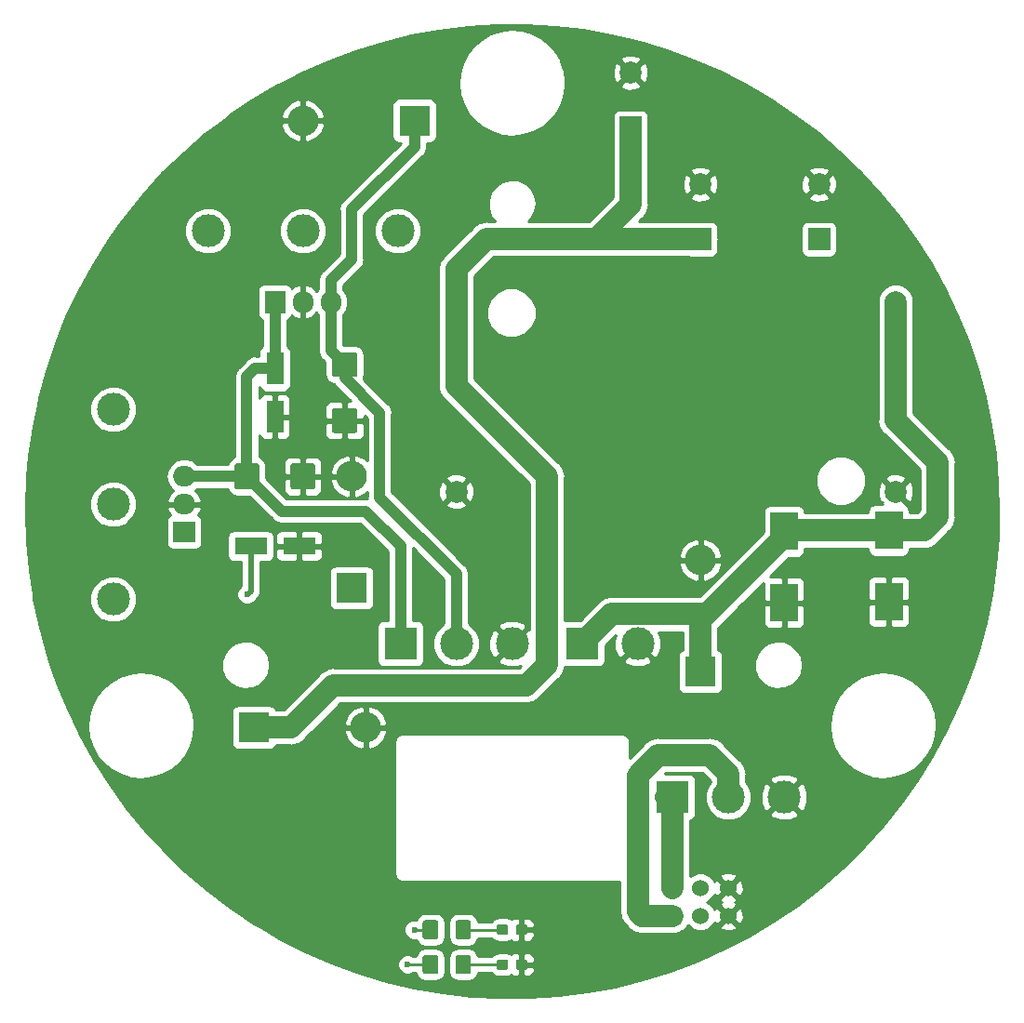
<source format=gbr>
G04 #@! TF.GenerationSoftware,KiCad,Pcbnew,(5.0.0)*
G04 #@! TF.CreationDate,2018-08-26T00:23:22+09:00*
G04 #@! TF.ProjectId,power-supply,706F7765722D737570706C792E6B6963,rev?*
G04 #@! TF.SameCoordinates,Original*
G04 #@! TF.FileFunction,Copper,L1,Top,Signal*
G04 #@! TF.FilePolarity,Positive*
%FSLAX46Y46*%
G04 Gerber Fmt 4.6, Leading zero omitted, Abs format (unit mm)*
G04 Created by KiCad (PCBNEW (5.0.0)) date 08/26/18 00:23:22*
%MOMM*%
%LPD*%
G01*
G04 APERTURE LIST*
G04 #@! TA.AperFunction,ComponentPad*
%ADD10R,1.524000X1.524000*%
G04 #@! TD*
G04 #@! TA.AperFunction,ComponentPad*
%ADD11C,1.524000*%
G04 #@! TD*
G04 #@! TA.AperFunction,ComponentPad*
%ADD12C,3.000000*%
G04 #@! TD*
G04 #@! TA.AperFunction,ComponentPad*
%ADD13C,2.000000*%
G04 #@! TD*
G04 #@! TA.AperFunction,ComponentPad*
%ADD14R,2.000000X2.000000*%
G04 #@! TD*
G04 #@! TA.AperFunction,SMDPad,CuDef*
%ADD15R,3.000000X1.600000*%
G04 #@! TD*
G04 #@! TA.AperFunction,SMDPad,CuDef*
%ADD16R,2.500000X3.500000*%
G04 #@! TD*
G04 #@! TA.AperFunction,Conductor*
%ADD17C,0.100000*%
G04 #@! TD*
G04 #@! TA.AperFunction,SMDPad,CuDef*
%ADD18C,2.250000*%
G04 #@! TD*
G04 #@! TA.AperFunction,SMDPad,CuDef*
%ADD19R,1.600000X3.000000*%
G04 #@! TD*
G04 #@! TA.AperFunction,ComponentPad*
%ADD20R,2.800000X2.800000*%
G04 #@! TD*
G04 #@! TA.AperFunction,ComponentPad*
%ADD21O,2.800000X2.800000*%
G04 #@! TD*
G04 #@! TA.AperFunction,SMDPad,CuDef*
%ADD22C,0.950000*%
G04 #@! TD*
G04 #@! TA.AperFunction,ComponentPad*
%ADD23R,3.000000X3.000000*%
G04 #@! TD*
G04 #@! TA.AperFunction,SMDPad,CuDef*
%ADD24C,1.425000*%
G04 #@! TD*
G04 #@! TA.AperFunction,ComponentPad*
%ADD25R,1.905000X2.000000*%
G04 #@! TD*
G04 #@! TA.AperFunction,ComponentPad*
%ADD26O,1.905000X2.000000*%
G04 #@! TD*
G04 #@! TA.AperFunction,ComponentPad*
%ADD27O,2.000000X1.905000*%
G04 #@! TD*
G04 #@! TA.AperFunction,ComponentPad*
%ADD28R,2.000000X1.905000*%
G04 #@! TD*
G04 #@! TA.AperFunction,ViaPad*
%ADD29C,0.600000*%
G04 #@! TD*
G04 #@! TA.AperFunction,Conductor*
%ADD30C,2.000000*%
G04 #@! TD*
G04 #@! TA.AperFunction,Conductor*
%ADD31C,0.250000*%
G04 #@! TD*
G04 #@! TA.AperFunction,Conductor*
%ADD32C,1.000000*%
G04 #@! TD*
G04 #@! TA.AperFunction,Conductor*
%ADD33C,0.500000*%
G04 #@! TD*
G04 #@! TA.AperFunction,Conductor*
%ADD34C,0.254000*%
G04 #@! TD*
G04 APERTURE END LIST*
D10*
G04 #@! TO.P,SW1,1*
G04 #@! TO.N,VDD*
X14605000Y-36830000D03*
D11*
G04 #@! TO.P,SW1,2*
G04 #@! TO.N,Net-(C1-Pad1)*
X17145000Y-36830000D03*
G04 #@! TO.P,SW1,3*
G04 #@! TO.N,GND*
X19685000Y-36830000D03*
G04 #@! TO.P,SW1,4*
X19685000Y-34290000D03*
G04 #@! TO.P,SW1,5*
G04 #@! TO.N,Net-(C2-Pad1)*
X17145000Y-34290000D03*
G04 #@! TO.P,SW1,6*
G04 #@! TO.N,VSS*
X14605000Y-34290000D03*
G04 #@! TD*
D12*
G04 #@! TO.P,REF\002A\002A,*
G04 #@! TO.N,*
X-36322000Y9271000D03*
X-36322000Y635000D03*
X-36322000Y-8001000D03*
G04 #@! TD*
D13*
G04 #@! TO.P,C1,2*
G04 #@! TO.N,GND*
X10795000Y39925000D03*
D14*
G04 #@! TO.P,C1,1*
G04 #@! TO.N,Net-(C1-Pad1)*
X10795000Y34925000D03*
G04 #@! TD*
G04 #@! TO.P,C2,1*
G04 #@! TO.N,Net-(C2-Pad1)*
X27940000Y24765000D03*
D13*
G04 #@! TO.P,C2,2*
G04 #@! TO.N,GND*
X27940000Y29765000D03*
G04 #@! TD*
D14*
G04 #@! TO.P,C3,1*
G04 #@! TO.N,Net-(C1-Pad1)*
X17145000Y24765000D03*
D13*
G04 #@! TO.P,C3,2*
G04 #@! TO.N,GND*
X17145000Y29765000D03*
G04 #@! TD*
D15*
G04 #@! TO.P,C4,2*
G04 #@! TO.N,GND*
X-19390000Y-3175000D03*
G04 #@! TO.P,C4,1*
G04 #@! TO.N,Net-(C2-Pad1)*
X-23790000Y-3175000D03*
G04 #@! TD*
D16*
G04 #@! TO.P,C5,1*
G04 #@! TO.N,/RASP_POW*
X34290000Y-1755000D03*
G04 #@! TO.P,C5,2*
G04 #@! TO.N,GND*
X34290000Y-8255000D03*
G04 #@! TD*
D17*
G04 #@! TO.N,GND*
G04 #@! TO.C,C6*
G36*
X-18140495Y4348796D02*
X-18116227Y4345196D01*
X-18092428Y4339235D01*
X-18069329Y4330970D01*
X-18047150Y4320480D01*
X-18026107Y4307868D01*
X-18006401Y4293253D01*
X-17988223Y4276777D01*
X-17971747Y4258599D01*
X-17957132Y4238893D01*
X-17944520Y4217850D01*
X-17934030Y4195671D01*
X-17925765Y4172572D01*
X-17919804Y4148773D01*
X-17916204Y4124505D01*
X-17915000Y4100001D01*
X-17915000Y2249999D01*
X-17916204Y2225495D01*
X-17919804Y2201227D01*
X-17925765Y2177428D01*
X-17934030Y2154329D01*
X-17944520Y2132150D01*
X-17957132Y2111107D01*
X-17971747Y2091401D01*
X-17988223Y2073223D01*
X-18006401Y2056747D01*
X-18026107Y2042132D01*
X-18047150Y2029520D01*
X-18069329Y2019030D01*
X-18092428Y2010765D01*
X-18116227Y2004804D01*
X-18140495Y2001204D01*
X-18164999Y2000000D01*
X-19915001Y2000000D01*
X-19939505Y2001204D01*
X-19963773Y2004804D01*
X-19987572Y2010765D01*
X-20010671Y2019030D01*
X-20032850Y2029520D01*
X-20053893Y2042132D01*
X-20073599Y2056747D01*
X-20091777Y2073223D01*
X-20108253Y2091401D01*
X-20122868Y2111107D01*
X-20135480Y2132150D01*
X-20145970Y2154329D01*
X-20154235Y2177428D01*
X-20160196Y2201227D01*
X-20163796Y2225495D01*
X-20165000Y2249999D01*
X-20165000Y4100001D01*
X-20163796Y4124505D01*
X-20160196Y4148773D01*
X-20154235Y4172572D01*
X-20145970Y4195671D01*
X-20135480Y4217850D01*
X-20122868Y4238893D01*
X-20108253Y4258599D01*
X-20091777Y4276777D01*
X-20073599Y4293253D01*
X-20053893Y4307868D01*
X-20032850Y4320480D01*
X-20010671Y4330970D01*
X-19987572Y4339235D01*
X-19963773Y4345196D01*
X-19939505Y4348796D01*
X-19915001Y4350000D01*
X-18164999Y4350000D01*
X-18140495Y4348796D01*
X-18140495Y4348796D01*
G37*
D18*
G04 #@! TD*
G04 #@! TO.P,C6,2*
G04 #@! TO.N,GND*
X-19040000Y3175000D03*
D17*
G04 #@! TO.N,/V9out*
G04 #@! TO.C,C6*
G36*
X-23240495Y4348796D02*
X-23216227Y4345196D01*
X-23192428Y4339235D01*
X-23169329Y4330970D01*
X-23147150Y4320480D01*
X-23126107Y4307868D01*
X-23106401Y4293253D01*
X-23088223Y4276777D01*
X-23071747Y4258599D01*
X-23057132Y4238893D01*
X-23044520Y4217850D01*
X-23034030Y4195671D01*
X-23025765Y4172572D01*
X-23019804Y4148773D01*
X-23016204Y4124505D01*
X-23015000Y4100001D01*
X-23015000Y2249999D01*
X-23016204Y2225495D01*
X-23019804Y2201227D01*
X-23025765Y2177428D01*
X-23034030Y2154329D01*
X-23044520Y2132150D01*
X-23057132Y2111107D01*
X-23071747Y2091401D01*
X-23088223Y2073223D01*
X-23106401Y2056747D01*
X-23126107Y2042132D01*
X-23147150Y2029520D01*
X-23169329Y2019030D01*
X-23192428Y2010765D01*
X-23216227Y2004804D01*
X-23240495Y2001204D01*
X-23264999Y2000000D01*
X-25015001Y2000000D01*
X-25039505Y2001204D01*
X-25063773Y2004804D01*
X-25087572Y2010765D01*
X-25110671Y2019030D01*
X-25132850Y2029520D01*
X-25153893Y2042132D01*
X-25173599Y2056747D01*
X-25191777Y2073223D01*
X-25208253Y2091401D01*
X-25222868Y2111107D01*
X-25235480Y2132150D01*
X-25245970Y2154329D01*
X-25254235Y2177428D01*
X-25260196Y2201227D01*
X-25263796Y2225495D01*
X-25265000Y2249999D01*
X-25265000Y4100001D01*
X-25263796Y4124505D01*
X-25260196Y4148773D01*
X-25254235Y4172572D01*
X-25245970Y4195671D01*
X-25235480Y4217850D01*
X-25222868Y4238893D01*
X-25208253Y4258599D01*
X-25191777Y4276777D01*
X-25173599Y4293253D01*
X-25153893Y4307868D01*
X-25132850Y4320480D01*
X-25110671Y4330970D01*
X-25087572Y4339235D01*
X-25063773Y4345196D01*
X-25039505Y4348796D01*
X-25015001Y4350000D01*
X-23264999Y4350000D01*
X-23240495Y4348796D01*
X-23240495Y4348796D01*
G37*
D18*
G04 #@! TD*
G04 #@! TO.P,C6,1*
G04 #@! TO.N,/V9out*
X-24140000Y3175000D03*
D19*
G04 #@! TO.P,C7,1*
G04 #@! TO.N,/V9out*
X-21590000Y12995000D03*
G04 #@! TO.P,C7,2*
G04 #@! TO.N,GND*
X-21590000Y8595000D03*
G04 #@! TD*
D17*
G04 #@! TO.N,/ARD_POW*
G04 #@! TO.C,C8*
G36*
X-14290495Y14468796D02*
X-14266227Y14465196D01*
X-14242428Y14459235D01*
X-14219329Y14450970D01*
X-14197150Y14440480D01*
X-14176107Y14427868D01*
X-14156401Y14413253D01*
X-14138223Y14396777D01*
X-14121747Y14378599D01*
X-14107132Y14358893D01*
X-14094520Y14337850D01*
X-14084030Y14315671D01*
X-14075765Y14292572D01*
X-14069804Y14268773D01*
X-14066204Y14244505D01*
X-14065000Y14220001D01*
X-14065000Y12469999D01*
X-14066204Y12445495D01*
X-14069804Y12421227D01*
X-14075765Y12397428D01*
X-14084030Y12374329D01*
X-14094520Y12352150D01*
X-14107132Y12331107D01*
X-14121747Y12311401D01*
X-14138223Y12293223D01*
X-14156401Y12276747D01*
X-14176107Y12262132D01*
X-14197150Y12249520D01*
X-14219329Y12239030D01*
X-14242428Y12230765D01*
X-14266227Y12224804D01*
X-14290495Y12221204D01*
X-14314999Y12220000D01*
X-16165001Y12220000D01*
X-16189505Y12221204D01*
X-16213773Y12224804D01*
X-16237572Y12230765D01*
X-16260671Y12239030D01*
X-16282850Y12249520D01*
X-16303893Y12262132D01*
X-16323599Y12276747D01*
X-16341777Y12293223D01*
X-16358253Y12311401D01*
X-16372868Y12331107D01*
X-16385480Y12352150D01*
X-16395970Y12374329D01*
X-16404235Y12397428D01*
X-16410196Y12421227D01*
X-16413796Y12445495D01*
X-16415000Y12469999D01*
X-16415000Y14220001D01*
X-16413796Y14244505D01*
X-16410196Y14268773D01*
X-16404235Y14292572D01*
X-16395970Y14315671D01*
X-16385480Y14337850D01*
X-16372868Y14358893D01*
X-16358253Y14378599D01*
X-16341777Y14396777D01*
X-16323599Y14413253D01*
X-16303893Y14427868D01*
X-16282850Y14440480D01*
X-16260671Y14450970D01*
X-16237572Y14459235D01*
X-16213773Y14465196D01*
X-16189505Y14468796D01*
X-16165001Y14470000D01*
X-14314999Y14470000D01*
X-14290495Y14468796D01*
X-14290495Y14468796D01*
G37*
D18*
G04 #@! TD*
G04 #@! TO.P,C8,1*
G04 #@! TO.N,/ARD_POW*
X-15240000Y13345000D03*
D17*
G04 #@! TO.N,GND*
G04 #@! TO.C,C8*
G36*
X-14290495Y9368796D02*
X-14266227Y9365196D01*
X-14242428Y9359235D01*
X-14219329Y9350970D01*
X-14197150Y9340480D01*
X-14176107Y9327868D01*
X-14156401Y9313253D01*
X-14138223Y9296777D01*
X-14121747Y9278599D01*
X-14107132Y9258893D01*
X-14094520Y9237850D01*
X-14084030Y9215671D01*
X-14075765Y9192572D01*
X-14069804Y9168773D01*
X-14066204Y9144505D01*
X-14065000Y9120001D01*
X-14065000Y7369999D01*
X-14066204Y7345495D01*
X-14069804Y7321227D01*
X-14075765Y7297428D01*
X-14084030Y7274329D01*
X-14094520Y7252150D01*
X-14107132Y7231107D01*
X-14121747Y7211401D01*
X-14138223Y7193223D01*
X-14156401Y7176747D01*
X-14176107Y7162132D01*
X-14197150Y7149520D01*
X-14219329Y7139030D01*
X-14242428Y7130765D01*
X-14266227Y7124804D01*
X-14290495Y7121204D01*
X-14314999Y7120000D01*
X-16165001Y7120000D01*
X-16189505Y7121204D01*
X-16213773Y7124804D01*
X-16237572Y7130765D01*
X-16260671Y7139030D01*
X-16282850Y7149520D01*
X-16303893Y7162132D01*
X-16323599Y7176747D01*
X-16341777Y7193223D01*
X-16358253Y7211401D01*
X-16372868Y7231107D01*
X-16385480Y7252150D01*
X-16395970Y7274329D01*
X-16404235Y7297428D01*
X-16410196Y7321227D01*
X-16413796Y7345495D01*
X-16415000Y7369999D01*
X-16415000Y9120001D01*
X-16413796Y9144505D01*
X-16410196Y9168773D01*
X-16404235Y9192572D01*
X-16395970Y9215671D01*
X-16385480Y9237850D01*
X-16372868Y9258893D01*
X-16358253Y9278599D01*
X-16341777Y9296777D01*
X-16323599Y9313253D01*
X-16303893Y9327868D01*
X-16282850Y9340480D01*
X-16260671Y9350970D01*
X-16237572Y9359235D01*
X-16213773Y9365196D01*
X-16189505Y9368796D01*
X-16165001Y9370000D01*
X-14314999Y9370000D01*
X-14290495Y9368796D01*
X-14290495Y9368796D01*
G37*
D18*
G04 #@! TD*
G04 #@! TO.P,C8,2*
G04 #@! TO.N,GND*
X-15240000Y8245000D03*
D16*
G04 #@! TO.P,C9,2*
G04 #@! TO.N,GND*
X24765000Y-8330000D03*
G04 #@! TO.P,C9,1*
G04 #@! TO.N,/RASP_POW*
X24765000Y-1830000D03*
G04 #@! TD*
D20*
G04 #@! TO.P,D1,1*
G04 #@! TO.N,Net-(C1-Pad1)*
X-23495000Y-19685000D03*
D21*
G04 #@! TO.P,D1,2*
G04 #@! TO.N,GND*
X-13335000Y-19685000D03*
G04 #@! TD*
G04 #@! TO.P,D2,2*
G04 #@! TO.N,GND*
X-14605000Y3175000D03*
D20*
G04 #@! TO.P,D2,1*
G04 #@! TO.N,Net-(C2-Pad1)*
X-14605000Y-6985000D03*
G04 #@! TD*
D17*
G04 #@! TO.N,Net-(D3-Pad2)*
G04 #@! TO.C,D3*
G36*
X-564221Y-40801144D02*
X-541166Y-40804563D01*
X-518557Y-40810227D01*
X-496613Y-40818079D01*
X-475543Y-40828044D01*
X-455552Y-40840026D01*
X-436832Y-40853910D01*
X-419562Y-40869562D01*
X-403910Y-40886832D01*
X-390026Y-40905552D01*
X-378044Y-40925543D01*
X-368079Y-40946613D01*
X-360227Y-40968557D01*
X-354563Y-40991166D01*
X-351144Y-41014221D01*
X-350000Y-41037500D01*
X-350000Y-41512500D01*
X-351144Y-41535779D01*
X-354563Y-41558834D01*
X-360227Y-41581443D01*
X-368079Y-41603387D01*
X-378044Y-41624457D01*
X-390026Y-41644448D01*
X-403910Y-41663168D01*
X-419562Y-41680438D01*
X-436832Y-41696090D01*
X-455552Y-41709974D01*
X-475543Y-41721956D01*
X-496613Y-41731921D01*
X-518557Y-41739773D01*
X-541166Y-41745437D01*
X-564221Y-41748856D01*
X-587500Y-41750000D01*
X-1162500Y-41750000D01*
X-1185779Y-41748856D01*
X-1208834Y-41745437D01*
X-1231443Y-41739773D01*
X-1253387Y-41731921D01*
X-1274457Y-41721956D01*
X-1294448Y-41709974D01*
X-1313168Y-41696090D01*
X-1330438Y-41680438D01*
X-1346090Y-41663168D01*
X-1359974Y-41644448D01*
X-1371956Y-41624457D01*
X-1381921Y-41603387D01*
X-1389773Y-41581443D01*
X-1395437Y-41558834D01*
X-1398856Y-41535779D01*
X-1400000Y-41512500D01*
X-1400000Y-41037500D01*
X-1398856Y-41014221D01*
X-1395437Y-40991166D01*
X-1389773Y-40968557D01*
X-1381921Y-40946613D01*
X-1371956Y-40925543D01*
X-1359974Y-40905552D01*
X-1346090Y-40886832D01*
X-1330438Y-40869562D01*
X-1313168Y-40853910D01*
X-1294448Y-40840026D01*
X-1274457Y-40828044D01*
X-1253387Y-40818079D01*
X-1231443Y-40810227D01*
X-1208834Y-40804563D01*
X-1185779Y-40801144D01*
X-1162500Y-40800000D01*
X-587500Y-40800000D01*
X-564221Y-40801144D01*
X-564221Y-40801144D01*
G37*
D22*
G04 #@! TD*
G04 #@! TO.P,D3,2*
G04 #@! TO.N,Net-(D3-Pad2)*
X-875000Y-41275000D03*
D17*
G04 #@! TO.N,GND*
G04 #@! TO.C,D3*
G36*
X1185779Y-40801144D02*
X1208834Y-40804563D01*
X1231443Y-40810227D01*
X1253387Y-40818079D01*
X1274457Y-40828044D01*
X1294448Y-40840026D01*
X1313168Y-40853910D01*
X1330438Y-40869562D01*
X1346090Y-40886832D01*
X1359974Y-40905552D01*
X1371956Y-40925543D01*
X1381921Y-40946613D01*
X1389773Y-40968557D01*
X1395437Y-40991166D01*
X1398856Y-41014221D01*
X1400000Y-41037500D01*
X1400000Y-41512500D01*
X1398856Y-41535779D01*
X1395437Y-41558834D01*
X1389773Y-41581443D01*
X1381921Y-41603387D01*
X1371956Y-41624457D01*
X1359974Y-41644448D01*
X1346090Y-41663168D01*
X1330438Y-41680438D01*
X1313168Y-41696090D01*
X1294448Y-41709974D01*
X1274457Y-41721956D01*
X1253387Y-41731921D01*
X1231443Y-41739773D01*
X1208834Y-41745437D01*
X1185779Y-41748856D01*
X1162500Y-41750000D01*
X587500Y-41750000D01*
X564221Y-41748856D01*
X541166Y-41745437D01*
X518557Y-41739773D01*
X496613Y-41731921D01*
X475543Y-41721956D01*
X455552Y-41709974D01*
X436832Y-41696090D01*
X419562Y-41680438D01*
X403910Y-41663168D01*
X390026Y-41644448D01*
X378044Y-41624457D01*
X368079Y-41603387D01*
X360227Y-41581443D01*
X354563Y-41558834D01*
X351144Y-41535779D01*
X350000Y-41512500D01*
X350000Y-41037500D01*
X351144Y-41014221D01*
X354563Y-40991166D01*
X360227Y-40968557D01*
X368079Y-40946613D01*
X378044Y-40925543D01*
X390026Y-40905552D01*
X403910Y-40886832D01*
X419562Y-40869562D01*
X436832Y-40853910D01*
X455552Y-40840026D01*
X475543Y-40828044D01*
X496613Y-40818079D01*
X518557Y-40810227D01*
X541166Y-40804563D01*
X564221Y-40801144D01*
X587500Y-40800000D01*
X1162500Y-40800000D01*
X1185779Y-40801144D01*
X1185779Y-40801144D01*
G37*
D22*
G04 #@! TD*
G04 #@! TO.P,D3,1*
G04 #@! TO.N,GND*
X875000Y-41275000D03*
D17*
G04 #@! TO.N,GND*
G04 #@! TO.C,D4*
G36*
X1185779Y-37626144D02*
X1208834Y-37629563D01*
X1231443Y-37635227D01*
X1253387Y-37643079D01*
X1274457Y-37653044D01*
X1294448Y-37665026D01*
X1313168Y-37678910D01*
X1330438Y-37694562D01*
X1346090Y-37711832D01*
X1359974Y-37730552D01*
X1371956Y-37750543D01*
X1381921Y-37771613D01*
X1389773Y-37793557D01*
X1395437Y-37816166D01*
X1398856Y-37839221D01*
X1400000Y-37862500D01*
X1400000Y-38337500D01*
X1398856Y-38360779D01*
X1395437Y-38383834D01*
X1389773Y-38406443D01*
X1381921Y-38428387D01*
X1371956Y-38449457D01*
X1359974Y-38469448D01*
X1346090Y-38488168D01*
X1330438Y-38505438D01*
X1313168Y-38521090D01*
X1294448Y-38534974D01*
X1274457Y-38546956D01*
X1253387Y-38556921D01*
X1231443Y-38564773D01*
X1208834Y-38570437D01*
X1185779Y-38573856D01*
X1162500Y-38575000D01*
X587500Y-38575000D01*
X564221Y-38573856D01*
X541166Y-38570437D01*
X518557Y-38564773D01*
X496613Y-38556921D01*
X475543Y-38546956D01*
X455552Y-38534974D01*
X436832Y-38521090D01*
X419562Y-38505438D01*
X403910Y-38488168D01*
X390026Y-38469448D01*
X378044Y-38449457D01*
X368079Y-38428387D01*
X360227Y-38406443D01*
X354563Y-38383834D01*
X351144Y-38360779D01*
X350000Y-38337500D01*
X350000Y-37862500D01*
X351144Y-37839221D01*
X354563Y-37816166D01*
X360227Y-37793557D01*
X368079Y-37771613D01*
X378044Y-37750543D01*
X390026Y-37730552D01*
X403910Y-37711832D01*
X419562Y-37694562D01*
X436832Y-37678910D01*
X455552Y-37665026D01*
X475543Y-37653044D01*
X496613Y-37643079D01*
X518557Y-37635227D01*
X541166Y-37629563D01*
X564221Y-37626144D01*
X587500Y-37625000D01*
X1162500Y-37625000D01*
X1185779Y-37626144D01*
X1185779Y-37626144D01*
G37*
D22*
G04 #@! TD*
G04 #@! TO.P,D4,1*
G04 #@! TO.N,GND*
X875000Y-38100000D03*
D17*
G04 #@! TO.N,Net-(D4-Pad2)*
G04 #@! TO.C,D4*
G36*
X-564221Y-37626144D02*
X-541166Y-37629563D01*
X-518557Y-37635227D01*
X-496613Y-37643079D01*
X-475543Y-37653044D01*
X-455552Y-37665026D01*
X-436832Y-37678910D01*
X-419562Y-37694562D01*
X-403910Y-37711832D01*
X-390026Y-37730552D01*
X-378044Y-37750543D01*
X-368079Y-37771613D01*
X-360227Y-37793557D01*
X-354563Y-37816166D01*
X-351144Y-37839221D01*
X-350000Y-37862500D01*
X-350000Y-38337500D01*
X-351144Y-38360779D01*
X-354563Y-38383834D01*
X-360227Y-38406443D01*
X-368079Y-38428387D01*
X-378044Y-38449457D01*
X-390026Y-38469448D01*
X-403910Y-38488168D01*
X-419562Y-38505438D01*
X-436832Y-38521090D01*
X-455552Y-38534974D01*
X-475543Y-38546956D01*
X-496613Y-38556921D01*
X-518557Y-38564773D01*
X-541166Y-38570437D01*
X-564221Y-38573856D01*
X-587500Y-38575000D01*
X-1162500Y-38575000D01*
X-1185779Y-38573856D01*
X-1208834Y-38570437D01*
X-1231443Y-38564773D01*
X-1253387Y-38556921D01*
X-1274457Y-38546956D01*
X-1294448Y-38534974D01*
X-1313168Y-38521090D01*
X-1330438Y-38505438D01*
X-1346090Y-38488168D01*
X-1359974Y-38469448D01*
X-1371956Y-38449457D01*
X-1381921Y-38428387D01*
X-1389773Y-38406443D01*
X-1395437Y-38383834D01*
X-1398856Y-38360779D01*
X-1400000Y-38337500D01*
X-1400000Y-37862500D01*
X-1398856Y-37839221D01*
X-1395437Y-37816166D01*
X-1389773Y-37793557D01*
X-1381921Y-37771613D01*
X-1371956Y-37750543D01*
X-1359974Y-37730552D01*
X-1346090Y-37711832D01*
X-1330438Y-37694562D01*
X-1313168Y-37678910D01*
X-1294448Y-37665026D01*
X-1274457Y-37653044D01*
X-1253387Y-37643079D01*
X-1231443Y-37635227D01*
X-1208834Y-37629563D01*
X-1185779Y-37626144D01*
X-1162500Y-37625000D01*
X-587500Y-37625000D01*
X-564221Y-37626144D01*
X-564221Y-37626144D01*
G37*
D22*
G04 #@! TD*
G04 #@! TO.P,D4,2*
G04 #@! TO.N,Net-(D4-Pad2)*
X-875000Y-38100000D03*
D21*
G04 #@! TO.P,D5,2*
G04 #@! TO.N,GND*
X-19050000Y35560000D03*
D20*
G04 #@! TO.P,D5,1*
G04 #@! TO.N,/ARD_POW*
X-8890000Y35560000D03*
G04 #@! TD*
G04 #@! TO.P,D8,1*
G04 #@! TO.N,/RASP_POW*
X17145000Y-14605000D03*
D21*
G04 #@! TO.P,D8,2*
G04 #@! TO.N,GND*
X17145000Y-4445000D03*
G04 #@! TD*
D23*
G04 #@! TO.P,J1,1*
G04 #@! TO.N,/RASP_POW*
X6350000Y-12065000D03*
D12*
G04 #@! TO.P,J1,2*
G04 #@! TO.N,GND*
X11430000Y-12065000D03*
G04 #@! TD*
D23*
G04 #@! TO.P,J2,1*
G04 #@! TO.N,/V9out*
X-10160000Y-12065000D03*
D12*
G04 #@! TO.P,J2,2*
G04 #@! TO.N,/ARD_POW*
X-5080000Y-12065000D03*
G04 #@! TO.P,J2,3*
G04 #@! TO.N,GND*
X0Y-12065000D03*
G04 #@! TD*
D17*
G04 #@! TO.N,Net-(D3-Pad2)*
G04 #@! TO.C,R1*
G36*
X-3957996Y-40401204D02*
X-3933727Y-40404804D01*
X-3909929Y-40410765D01*
X-3886829Y-40419030D01*
X-3864651Y-40429520D01*
X-3843607Y-40442133D01*
X-3823902Y-40456747D01*
X-3805723Y-40473223D01*
X-3789247Y-40491402D01*
X-3774633Y-40511107D01*
X-3762020Y-40532151D01*
X-3751530Y-40554329D01*
X-3743265Y-40577429D01*
X-3737304Y-40601227D01*
X-3733704Y-40625496D01*
X-3732500Y-40650000D01*
X-3732500Y-41900000D01*
X-3733704Y-41924504D01*
X-3737304Y-41948773D01*
X-3743265Y-41972571D01*
X-3751530Y-41995671D01*
X-3762020Y-42017849D01*
X-3774633Y-42038893D01*
X-3789247Y-42058598D01*
X-3805723Y-42076777D01*
X-3823902Y-42093253D01*
X-3843607Y-42107867D01*
X-3864651Y-42120480D01*
X-3886829Y-42130970D01*
X-3909929Y-42139235D01*
X-3933727Y-42145196D01*
X-3957996Y-42148796D01*
X-3982500Y-42150000D01*
X-4907500Y-42150000D01*
X-4932004Y-42148796D01*
X-4956273Y-42145196D01*
X-4980071Y-42139235D01*
X-5003171Y-42130970D01*
X-5025349Y-42120480D01*
X-5046393Y-42107867D01*
X-5066098Y-42093253D01*
X-5084277Y-42076777D01*
X-5100753Y-42058598D01*
X-5115367Y-42038893D01*
X-5127980Y-42017849D01*
X-5138470Y-41995671D01*
X-5146735Y-41972571D01*
X-5152696Y-41948773D01*
X-5156296Y-41924504D01*
X-5157500Y-41900000D01*
X-5157500Y-40650000D01*
X-5156296Y-40625496D01*
X-5152696Y-40601227D01*
X-5146735Y-40577429D01*
X-5138470Y-40554329D01*
X-5127980Y-40532151D01*
X-5115367Y-40511107D01*
X-5100753Y-40491402D01*
X-5084277Y-40473223D01*
X-5066098Y-40456747D01*
X-5046393Y-40442133D01*
X-5025349Y-40429520D01*
X-5003171Y-40419030D01*
X-4980071Y-40410765D01*
X-4956273Y-40404804D01*
X-4932004Y-40401204D01*
X-4907500Y-40400000D01*
X-3982500Y-40400000D01*
X-3957996Y-40401204D01*
X-3957996Y-40401204D01*
G37*
D24*
G04 #@! TD*
G04 #@! TO.P,R1,2*
G04 #@! TO.N,Net-(D3-Pad2)*
X-4445000Y-41275000D03*
D17*
G04 #@! TO.N,Net-(C1-Pad1)*
G04 #@! TO.C,R1*
G36*
X-6932996Y-40401204D02*
X-6908727Y-40404804D01*
X-6884929Y-40410765D01*
X-6861829Y-40419030D01*
X-6839651Y-40429520D01*
X-6818607Y-40442133D01*
X-6798902Y-40456747D01*
X-6780723Y-40473223D01*
X-6764247Y-40491402D01*
X-6749633Y-40511107D01*
X-6737020Y-40532151D01*
X-6726530Y-40554329D01*
X-6718265Y-40577429D01*
X-6712304Y-40601227D01*
X-6708704Y-40625496D01*
X-6707500Y-40650000D01*
X-6707500Y-41900000D01*
X-6708704Y-41924504D01*
X-6712304Y-41948773D01*
X-6718265Y-41972571D01*
X-6726530Y-41995671D01*
X-6737020Y-42017849D01*
X-6749633Y-42038893D01*
X-6764247Y-42058598D01*
X-6780723Y-42076777D01*
X-6798902Y-42093253D01*
X-6818607Y-42107867D01*
X-6839651Y-42120480D01*
X-6861829Y-42130970D01*
X-6884929Y-42139235D01*
X-6908727Y-42145196D01*
X-6932996Y-42148796D01*
X-6957500Y-42150000D01*
X-7882500Y-42150000D01*
X-7907004Y-42148796D01*
X-7931273Y-42145196D01*
X-7955071Y-42139235D01*
X-7978171Y-42130970D01*
X-8000349Y-42120480D01*
X-8021393Y-42107867D01*
X-8041098Y-42093253D01*
X-8059277Y-42076777D01*
X-8075753Y-42058598D01*
X-8090367Y-42038893D01*
X-8102980Y-42017849D01*
X-8113470Y-41995671D01*
X-8121735Y-41972571D01*
X-8127696Y-41948773D01*
X-8131296Y-41924504D01*
X-8132500Y-41900000D01*
X-8132500Y-40650000D01*
X-8131296Y-40625496D01*
X-8127696Y-40601227D01*
X-8121735Y-40577429D01*
X-8113470Y-40554329D01*
X-8102980Y-40532151D01*
X-8090367Y-40511107D01*
X-8075753Y-40491402D01*
X-8059277Y-40473223D01*
X-8041098Y-40456747D01*
X-8021393Y-40442133D01*
X-8000349Y-40429520D01*
X-7978171Y-40419030D01*
X-7955071Y-40410765D01*
X-7931273Y-40404804D01*
X-7907004Y-40401204D01*
X-7882500Y-40400000D01*
X-6957500Y-40400000D01*
X-6932996Y-40401204D01*
X-6932996Y-40401204D01*
G37*
D24*
G04 #@! TD*
G04 #@! TO.P,R1,1*
G04 #@! TO.N,Net-(C1-Pad1)*
X-7420000Y-41275000D03*
D17*
G04 #@! TO.N,Net-(D4-Pad2)*
G04 #@! TO.C,R2*
G36*
X-3957996Y-37226204D02*
X-3933727Y-37229804D01*
X-3909929Y-37235765D01*
X-3886829Y-37244030D01*
X-3864651Y-37254520D01*
X-3843607Y-37267133D01*
X-3823902Y-37281747D01*
X-3805723Y-37298223D01*
X-3789247Y-37316402D01*
X-3774633Y-37336107D01*
X-3762020Y-37357151D01*
X-3751530Y-37379329D01*
X-3743265Y-37402429D01*
X-3737304Y-37426227D01*
X-3733704Y-37450496D01*
X-3732500Y-37475000D01*
X-3732500Y-38725000D01*
X-3733704Y-38749504D01*
X-3737304Y-38773773D01*
X-3743265Y-38797571D01*
X-3751530Y-38820671D01*
X-3762020Y-38842849D01*
X-3774633Y-38863893D01*
X-3789247Y-38883598D01*
X-3805723Y-38901777D01*
X-3823902Y-38918253D01*
X-3843607Y-38932867D01*
X-3864651Y-38945480D01*
X-3886829Y-38955970D01*
X-3909929Y-38964235D01*
X-3933727Y-38970196D01*
X-3957996Y-38973796D01*
X-3982500Y-38975000D01*
X-4907500Y-38975000D01*
X-4932004Y-38973796D01*
X-4956273Y-38970196D01*
X-4980071Y-38964235D01*
X-5003171Y-38955970D01*
X-5025349Y-38945480D01*
X-5046393Y-38932867D01*
X-5066098Y-38918253D01*
X-5084277Y-38901777D01*
X-5100753Y-38883598D01*
X-5115367Y-38863893D01*
X-5127980Y-38842849D01*
X-5138470Y-38820671D01*
X-5146735Y-38797571D01*
X-5152696Y-38773773D01*
X-5156296Y-38749504D01*
X-5157500Y-38725000D01*
X-5157500Y-37475000D01*
X-5156296Y-37450496D01*
X-5152696Y-37426227D01*
X-5146735Y-37402429D01*
X-5138470Y-37379329D01*
X-5127980Y-37357151D01*
X-5115367Y-37336107D01*
X-5100753Y-37316402D01*
X-5084277Y-37298223D01*
X-5066098Y-37281747D01*
X-5046393Y-37267133D01*
X-5025349Y-37254520D01*
X-5003171Y-37244030D01*
X-4980071Y-37235765D01*
X-4956273Y-37229804D01*
X-4932004Y-37226204D01*
X-4907500Y-37225000D01*
X-3982500Y-37225000D01*
X-3957996Y-37226204D01*
X-3957996Y-37226204D01*
G37*
D24*
G04 #@! TD*
G04 #@! TO.P,R2,1*
G04 #@! TO.N,Net-(D4-Pad2)*
X-4445000Y-38100000D03*
D17*
G04 #@! TO.N,Net-(C2-Pad1)*
G04 #@! TO.C,R2*
G36*
X-6932996Y-37226204D02*
X-6908727Y-37229804D01*
X-6884929Y-37235765D01*
X-6861829Y-37244030D01*
X-6839651Y-37254520D01*
X-6818607Y-37267133D01*
X-6798902Y-37281747D01*
X-6780723Y-37298223D01*
X-6764247Y-37316402D01*
X-6749633Y-37336107D01*
X-6737020Y-37357151D01*
X-6726530Y-37379329D01*
X-6718265Y-37402429D01*
X-6712304Y-37426227D01*
X-6708704Y-37450496D01*
X-6707500Y-37475000D01*
X-6707500Y-38725000D01*
X-6708704Y-38749504D01*
X-6712304Y-38773773D01*
X-6718265Y-38797571D01*
X-6726530Y-38820671D01*
X-6737020Y-38842849D01*
X-6749633Y-38863893D01*
X-6764247Y-38883598D01*
X-6780723Y-38901777D01*
X-6798902Y-38918253D01*
X-6818607Y-38932867D01*
X-6839651Y-38945480D01*
X-6861829Y-38955970D01*
X-6884929Y-38964235D01*
X-6908727Y-38970196D01*
X-6932996Y-38973796D01*
X-6957500Y-38975000D01*
X-7882500Y-38975000D01*
X-7907004Y-38973796D01*
X-7931273Y-38970196D01*
X-7955071Y-38964235D01*
X-7978171Y-38955970D01*
X-8000349Y-38945480D01*
X-8021393Y-38932867D01*
X-8041098Y-38918253D01*
X-8059277Y-38901777D01*
X-8075753Y-38883598D01*
X-8090367Y-38863893D01*
X-8102980Y-38842849D01*
X-8113470Y-38820671D01*
X-8121735Y-38797571D01*
X-8127696Y-38773773D01*
X-8131296Y-38749504D01*
X-8132500Y-38725000D01*
X-8132500Y-37475000D01*
X-8131296Y-37450496D01*
X-8127696Y-37426227D01*
X-8121735Y-37402429D01*
X-8113470Y-37379329D01*
X-8102980Y-37357151D01*
X-8090367Y-37336107D01*
X-8075753Y-37316402D01*
X-8059277Y-37298223D01*
X-8041098Y-37281747D01*
X-8021393Y-37267133D01*
X-8000349Y-37254520D01*
X-7978171Y-37244030D01*
X-7955071Y-37235765D01*
X-7931273Y-37229804D01*
X-7907004Y-37226204D01*
X-7882500Y-37225000D01*
X-6957500Y-37225000D01*
X-6932996Y-37226204D01*
X-6932996Y-37226204D01*
G37*
D24*
G04 #@! TD*
G04 #@! TO.P,R2,2*
G04 #@! TO.N,Net-(C2-Pad1)*
X-7420000Y-38100000D03*
D14*
G04 #@! TO.P,U1,1*
G04 #@! TO.N,Net-(C1-Pad1)*
X-5080000Y19050000D03*
D13*
G04 #@! TO.P,U1,2*
G04 #@! TO.N,GND*
X-5080000Y1778000D03*
G04 #@! TO.P,U1,3*
X34920000Y1778000D03*
G04 #@! TO.P,U1,4*
G04 #@! TO.N,/RASP_POW*
X34920000Y19050000D03*
G04 #@! TD*
D25*
G04 #@! TO.P,U2,1*
G04 #@! TO.N,/V9out*
X-21590000Y19050000D03*
D26*
G04 #@! TO.P,U2,2*
G04 #@! TO.N,GND*
X-19050000Y19050000D03*
G04 #@! TO.P,U2,3*
G04 #@! TO.N,/ARD_POW*
X-16510000Y19050000D03*
G04 #@! TD*
D27*
G04 #@! TO.P,U5,3*
G04 #@! TO.N,/V9out*
X-29845000Y3175000D03*
G04 #@! TO.P,U5,2*
G04 #@! TO.N,GND*
X-29845000Y635000D03*
D28*
G04 #@! TO.P,U5,1*
G04 #@! TO.N,Net-(C2-Pad1)*
X-29845000Y-1905000D03*
G04 #@! TD*
D23*
G04 #@! TO.P,J3,1*
G04 #@! TO.N,VSS*
X14605000Y-26035000D03*
D12*
G04 #@! TO.P,J3,2*
G04 #@! TO.N,VDD*
X19685000Y-26035000D03*
G04 #@! TO.P,J3,3*
G04 #@! TO.N,GND*
X24765000Y-26035000D03*
G04 #@! TD*
G04 #@! TO.P,REF\002A\002A,*
G04 #@! TO.N,*
X-27686000Y25527000D03*
X-19050000Y25527000D03*
X-10414000Y25527000D03*
G04 #@! TD*
D29*
G04 #@! TO.N,Net-(C1-Pad1)*
X-9525000Y-41275000D03*
G04 #@! TO.N,Net-(C2-Pad1)*
X-24130000Y-7572500D03*
X-8890000Y-38100000D03*
G04 #@! TD*
D30*
G04 #@! TO.N,Net-(C1-Pad1)*
X-20095000Y-19685000D02*
X-16285000Y-15875000D01*
X-23495000Y-19685000D02*
X-20095000Y-19685000D01*
X-16285000Y-15875000D02*
X1270000Y-15875000D01*
X1270000Y-15875000D02*
X3175000Y-13970000D01*
X3175000Y-13970000D02*
X3175000Y3175000D01*
X-5080000Y11430000D02*
X-5080000Y19050000D01*
X3175000Y3175000D02*
X-5080000Y11430000D01*
X14145000Y24765000D02*
X17145000Y24765000D01*
X-5080000Y22050000D02*
X-2365000Y24765000D01*
X-5080000Y19050000D02*
X-5080000Y22050000D01*
X10795000Y27940000D02*
X7620000Y24765000D01*
X10795000Y34925000D02*
X10795000Y27940000D01*
X-2365000Y24765000D02*
X7620000Y24765000D01*
X7620000Y24765000D02*
X14145000Y24765000D01*
D31*
X-7420000Y-41275000D02*
X-8890000Y-41275000D01*
X-8890000Y-41275000D02*
X-9525000Y-41275000D01*
G04 #@! TO.N,Net-(D3-Pad2)*
X-875000Y-41275000D02*
X-4445000Y-41275000D01*
D30*
G04 #@! TO.N,VDD*
X19685000Y-23913680D02*
X17996320Y-22225000D01*
X19685000Y-26035000D02*
X19685000Y-23913680D01*
X13254998Y-22225000D02*
X11430000Y-24049998D01*
X17996320Y-22225000D02*
X13254998Y-22225000D01*
X11843000Y-36830000D02*
X14605000Y-36830000D01*
X11430000Y-36417000D02*
X11843000Y-36830000D01*
X11430000Y-24049998D02*
X11430000Y-36417000D01*
G04 #@! TO.N,VSS*
X14605000Y-26035000D02*
X13970000Y-26035000D01*
X14605000Y-26035000D02*
X14605000Y-34290000D01*
D32*
G04 #@! TO.N,/V9out*
X-29845000Y3175000D02*
X-24140000Y3175000D01*
X-23390000Y12995000D02*
X-21590000Y12995000D01*
X-24140000Y12245000D02*
X-23390000Y12995000D01*
X-24140000Y3175000D02*
X-24140000Y12245000D01*
X-24140000Y3175000D02*
X-20965000Y0D01*
X-20965000Y0D02*
X-13335000Y0D01*
X-10160000Y-3175000D02*
X-10160000Y-12065000D01*
X-13335000Y0D02*
X-10160000Y-3175000D01*
X-21590000Y12995000D02*
X-21590000Y19050000D01*
D33*
G04 #@! TO.N,Net-(C2-Pad1)*
X-23790000Y-3175000D02*
X-23790000Y-7280000D01*
X-24082500Y-7572500D02*
X-24130000Y-7572500D01*
X-23790000Y-7280000D02*
X-24082500Y-7572500D01*
D31*
X-7420000Y-38100000D02*
X-8890000Y-38100000D01*
D30*
G04 #@! TO.N,/RASP_POW*
X34920000Y19050000D02*
X34920000Y8260000D01*
X34920000Y8260000D02*
X38735000Y4445000D01*
X37540000Y-1755000D02*
X34290000Y-1755000D01*
X38735000Y-560000D02*
X37540000Y-1755000D01*
X38735000Y4445000D02*
X38735000Y-560000D01*
X24840000Y-1755000D02*
X24765000Y-1830000D01*
X34290000Y-1755000D02*
X24840000Y-1755000D01*
X9050001Y-9364999D02*
X6350000Y-12065000D01*
X17730001Y-9364999D02*
X9050001Y-9364999D01*
X24765000Y-2330000D02*
X17730001Y-9364999D01*
X24765000Y-1830000D02*
X24765000Y-2330000D01*
X17145000Y-9950000D02*
X17145000Y-14605000D01*
X17730001Y-9364999D02*
X17145000Y-9950000D01*
D32*
G04 #@! TO.N,/ARD_POW*
X-16510000Y14615000D02*
X-15240000Y13345000D01*
X-16510000Y19050000D02*
X-16510000Y14615000D01*
X-16510000Y21050000D02*
X-14605000Y22955000D01*
X-16510000Y19050000D02*
X-16510000Y21050000D01*
X-8890000Y33160000D02*
X-8890000Y35560000D01*
X-14605000Y27445000D02*
X-8890000Y33160000D01*
X-14605000Y22955000D02*
X-14605000Y27445000D01*
X-15240000Y12120000D02*
X-12065000Y8945000D01*
X-15240000Y13345000D02*
X-15240000Y12120000D01*
X-12065000Y8945000D02*
X-12065000Y1270000D01*
X-5080000Y-5715000D02*
X-5080000Y-12065000D01*
X-12065000Y1270000D02*
X-5080000Y-5715000D01*
D31*
G04 #@! TO.N,Net-(D4-Pad2)*
X-4445000Y-38100000D02*
X-875000Y-38100000D01*
G04 #@! TD*
D34*
G04 #@! TO.N,GND*
G36*
X3857949Y44096558D02*
X6466365Y43790140D01*
X9052018Y43329565D01*
X11605804Y42716455D01*
X14118734Y41952969D01*
X16581961Y41041793D01*
X18986814Y39986137D01*
X21324826Y38789715D01*
X23587768Y37456740D01*
X25767673Y35991905D01*
X27856867Y34400366D01*
X29847995Y32687726D01*
X31734048Y30860013D01*
X33508386Y28923663D01*
X35164763Y26885492D01*
X36697348Y24752674D01*
X38100746Y22532718D01*
X39370016Y20233440D01*
X40500690Y17862933D01*
X41488787Y15429542D01*
X42330830Y12941834D01*
X43023854Y10408566D01*
X43565419Y7838656D01*
X43953618Y5241152D01*
X44187086Y2625197D01*
X44265000Y0D01*
X44204336Y-2316651D01*
X43989137Y-4934172D01*
X43619081Y-7534323D01*
X43095470Y-10107951D01*
X42420149Y-12645996D01*
X41595494Y-15139522D01*
X40624409Y-17579751D01*
X39510311Y-19958094D01*
X38257124Y-22266178D01*
X36869259Y-24495877D01*
X35351601Y-26639342D01*
X33709493Y-28689027D01*
X31948716Y-30637718D01*
X30075469Y-32478552D01*
X28096346Y-34205052D01*
X26018314Y-35811137D01*
X23848689Y-37291155D01*
X21595108Y-38639896D01*
X19265505Y-39852610D01*
X16868080Y-40925030D01*
X14411274Y-41853380D01*
X11903736Y-42634391D01*
X9354292Y-43265315D01*
X6771918Y-43743929D01*
X4165704Y-44068550D01*
X1544826Y-44238035D01*
X-1081490Y-44251786D01*
X-3704000Y-44109756D01*
X-6313470Y-43812445D01*
X-8900714Y-43360898D01*
X-11456625Y-42756707D01*
X-13972205Y-42001997D01*
X-16438597Y-41099425D01*
X-16462533Y-41089017D01*
X-10460000Y-41089017D01*
X-10460000Y-41460983D01*
X-10317655Y-41804635D01*
X-10054635Y-42067655D01*
X-9710983Y-42210000D01*
X-9339017Y-42210000D01*
X-8995365Y-42067655D01*
X-8962710Y-42035000D01*
X-8753087Y-42035000D01*
X-8711626Y-42243435D01*
X-8517086Y-42534586D01*
X-8225935Y-42729126D01*
X-7882500Y-42797440D01*
X-6957500Y-42797440D01*
X-6614065Y-42729126D01*
X-6322914Y-42534586D01*
X-6128374Y-42243435D01*
X-6060060Y-41900000D01*
X-6060060Y-40650000D01*
X-5804940Y-40650000D01*
X-5804940Y-41900000D01*
X-5736626Y-42243435D01*
X-5542086Y-42534586D01*
X-5250935Y-42729126D01*
X-4907500Y-42797440D01*
X-3982500Y-42797440D01*
X-3639065Y-42729126D01*
X-3347914Y-42534586D01*
X-3153374Y-42243435D01*
X-3111913Y-42035000D01*
X-1857235Y-42035000D01*
X-1788247Y-42138247D01*
X-1501152Y-42330078D01*
X-1162500Y-42397440D01*
X-587500Y-42397440D01*
X-248848Y-42330078D01*
X-80460Y-42217565D01*
X-9698Y-42288327D01*
X223691Y-42385000D01*
X589250Y-42385000D01*
X748000Y-42226250D01*
X748000Y-41402000D01*
X1002000Y-41402000D01*
X1002000Y-42226250D01*
X1160750Y-42385000D01*
X1526309Y-42385000D01*
X1759698Y-42288327D01*
X1938327Y-42109699D01*
X2035000Y-41876310D01*
X2035000Y-41560750D01*
X1876250Y-41402000D01*
X1002000Y-41402000D01*
X748000Y-41402000D01*
X728000Y-41402000D01*
X728000Y-41148000D01*
X748000Y-41148000D01*
X748000Y-40323750D01*
X1002000Y-40323750D01*
X1002000Y-41148000D01*
X1876250Y-41148000D01*
X2035000Y-40989250D01*
X2035000Y-40673690D01*
X1938327Y-40440301D01*
X1759698Y-40261673D01*
X1526309Y-40165000D01*
X1160750Y-40165000D01*
X1002000Y-40323750D01*
X748000Y-40323750D01*
X589250Y-40165000D01*
X223691Y-40165000D01*
X-9698Y-40261673D01*
X-80460Y-40332435D01*
X-248848Y-40219922D01*
X-587500Y-40152560D01*
X-1162500Y-40152560D01*
X-1501152Y-40219922D01*
X-1788247Y-40411753D01*
X-1857235Y-40515000D01*
X-3111913Y-40515000D01*
X-3153374Y-40306565D01*
X-3347914Y-40015414D01*
X-3639065Y-39820874D01*
X-3982500Y-39752560D01*
X-4907500Y-39752560D01*
X-5250935Y-39820874D01*
X-5542086Y-40015414D01*
X-5736626Y-40306565D01*
X-5804940Y-40650000D01*
X-6060060Y-40650000D01*
X-6128374Y-40306565D01*
X-6322914Y-40015414D01*
X-6614065Y-39820874D01*
X-6957500Y-39752560D01*
X-7882500Y-39752560D01*
X-8225935Y-39820874D01*
X-8517086Y-40015414D01*
X-8711626Y-40306565D01*
X-8753087Y-40515000D01*
X-8962710Y-40515000D01*
X-8995365Y-40482345D01*
X-9339017Y-40340000D01*
X-9710983Y-40340000D01*
X-10054635Y-40482345D01*
X-10317655Y-40745365D01*
X-10460000Y-41089017D01*
X-16462533Y-41089017D01*
X-18847120Y-40052169D01*
X-21189295Y-38863916D01*
X-22814852Y-37914017D01*
X-9825000Y-37914017D01*
X-9825000Y-38285983D01*
X-9682655Y-38629635D01*
X-9419635Y-38892655D01*
X-9075983Y-39035000D01*
X-8718277Y-39035000D01*
X-8711626Y-39068435D01*
X-8517086Y-39359586D01*
X-8225935Y-39554126D01*
X-7882500Y-39622440D01*
X-6957500Y-39622440D01*
X-6614065Y-39554126D01*
X-6322914Y-39359586D01*
X-6128374Y-39068435D01*
X-6060060Y-38725000D01*
X-6060060Y-37475000D01*
X-5804940Y-37475000D01*
X-5804940Y-38725000D01*
X-5736626Y-39068435D01*
X-5542086Y-39359586D01*
X-5250935Y-39554126D01*
X-4907500Y-39622440D01*
X-3982500Y-39622440D01*
X-3639065Y-39554126D01*
X-3347914Y-39359586D01*
X-3153374Y-39068435D01*
X-3111913Y-38860000D01*
X-1857235Y-38860000D01*
X-1788247Y-38963247D01*
X-1501152Y-39155078D01*
X-1162500Y-39222440D01*
X-587500Y-39222440D01*
X-248848Y-39155078D01*
X-80460Y-39042565D01*
X-9698Y-39113327D01*
X223691Y-39210000D01*
X589250Y-39210000D01*
X748000Y-39051250D01*
X748000Y-38227000D01*
X1002000Y-38227000D01*
X1002000Y-39051250D01*
X1160750Y-39210000D01*
X1526309Y-39210000D01*
X1759698Y-39113327D01*
X1938327Y-38934699D01*
X2035000Y-38701310D01*
X2035000Y-38385750D01*
X1876250Y-38227000D01*
X1002000Y-38227000D01*
X748000Y-38227000D01*
X728000Y-38227000D01*
X728000Y-37973000D01*
X748000Y-37973000D01*
X748000Y-37148750D01*
X1002000Y-37148750D01*
X1002000Y-37973000D01*
X1876250Y-37973000D01*
X2035000Y-37814250D01*
X2035000Y-37498690D01*
X1938327Y-37265301D01*
X1759698Y-37086673D01*
X1526309Y-36990000D01*
X1160750Y-36990000D01*
X1002000Y-37148750D01*
X748000Y-37148750D01*
X589250Y-36990000D01*
X223691Y-36990000D01*
X-9698Y-37086673D01*
X-80460Y-37157435D01*
X-248848Y-37044922D01*
X-587500Y-36977560D01*
X-1162500Y-36977560D01*
X-1501152Y-37044922D01*
X-1788247Y-37236753D01*
X-1857235Y-37340000D01*
X-3111913Y-37340000D01*
X-3153374Y-37131565D01*
X-3347914Y-36840414D01*
X-3639065Y-36645874D01*
X-3982500Y-36577560D01*
X-4907500Y-36577560D01*
X-5250935Y-36645874D01*
X-5542086Y-36840414D01*
X-5736626Y-37131565D01*
X-5804940Y-37475000D01*
X-6060060Y-37475000D01*
X-6128374Y-37131565D01*
X-6322914Y-36840414D01*
X-6614065Y-36645874D01*
X-6957500Y-36577560D01*
X-7882500Y-36577560D01*
X-8225935Y-36645874D01*
X-8517086Y-36840414D01*
X-8711626Y-37131565D01*
X-8718277Y-37165000D01*
X-9075983Y-37165000D01*
X-9419635Y-37307345D01*
X-9682655Y-37570365D01*
X-9825000Y-37914017D01*
X-22814852Y-37914017D01*
X-23456876Y-37538849D01*
X-25641881Y-36081632D01*
X-27736618Y-34497395D01*
X-29733712Y-32791715D01*
X-31626133Y-30970598D01*
X-33407220Y-29040453D01*
X-35070701Y-27008076D01*
X-36610722Y-24880621D01*
X-38021860Y-22665577D01*
X-39299148Y-20370743D01*
X-39685417Y-19568134D01*
X-38654514Y-19568134D01*
X-38548350Y-20514608D01*
X-38260370Y-21422436D01*
X-37801544Y-22257038D01*
X-37189347Y-22986626D01*
X-36447099Y-23583409D01*
X-35603070Y-24024656D01*
X-34689411Y-24293561D01*
X-33740921Y-24379880D01*
X-32793730Y-24280326D01*
X-31883914Y-23998691D01*
X-31046129Y-23545702D01*
X-30312285Y-22938614D01*
X-29710334Y-22200550D01*
X-29263205Y-21359622D01*
X-28987929Y-20447863D01*
X-28894990Y-19499999D01*
X-28896893Y-19363741D01*
X-29016261Y-18418842D01*
X-29060784Y-18285000D01*
X-25542440Y-18285000D01*
X-25542440Y-21085000D01*
X-25493157Y-21332765D01*
X-25352809Y-21542809D01*
X-25142765Y-21683157D01*
X-24895000Y-21732440D01*
X-22095000Y-21732440D01*
X-21847235Y-21683157D01*
X-21637191Y-21542809D01*
X-21496843Y-21332765D01*
X-21494304Y-21320000D01*
X-20256030Y-21320000D01*
X-20095000Y-21352031D01*
X-19933970Y-21320000D01*
X-19933969Y-21320000D01*
X-19457055Y-21225136D01*
X-18916231Y-20863769D01*
X-18825012Y-20727250D01*
X-18225922Y-20128160D01*
X-15321160Y-20128160D01*
X-15052795Y-20776070D01*
X-14504501Y-21350389D01*
X-13778161Y-21671167D01*
X-13462000Y-21557290D01*
X-13462000Y-19812000D01*
X-13208000Y-19812000D01*
X-13208000Y-21557290D01*
X-12891839Y-21671167D01*
X-12165499Y-21350389D01*
X-11830988Y-21000000D01*
X-10723909Y-21000000D01*
X-10710000Y-21069926D01*
X-10709999Y-32930069D01*
X-10723909Y-33000000D01*
X-10668805Y-33277028D01*
X-10511881Y-33511881D01*
X-10277028Y-33668805D01*
X-10069926Y-33710000D01*
X-10069925Y-33710000D01*
X-10000000Y-33723909D01*
X-9930074Y-33710000D01*
X9795001Y-33710000D01*
X9795001Y-36255965D01*
X9762969Y-36417000D01*
X9847192Y-36840414D01*
X9889865Y-37054945D01*
X10251232Y-37595769D01*
X10387748Y-37686986D01*
X10573012Y-37872250D01*
X10664231Y-38008769D01*
X11205055Y-38370136D01*
X11681969Y-38465000D01*
X11681973Y-38465000D01*
X11842999Y-38497030D01*
X12004025Y-38465000D01*
X14766031Y-38465000D01*
X15242945Y-38370136D01*
X15468872Y-38219177D01*
X15614765Y-38190157D01*
X15824809Y-38049809D01*
X15965157Y-37839765D01*
X15994177Y-37693872D01*
X16009813Y-37670470D01*
X16353663Y-38014320D01*
X16867119Y-38227000D01*
X17422881Y-38227000D01*
X17936337Y-38014320D01*
X18140444Y-37810213D01*
X18884392Y-37810213D01*
X18953857Y-38052397D01*
X19477302Y-38239144D01*
X20032368Y-38211362D01*
X20416143Y-38052397D01*
X20485608Y-37810213D01*
X19685000Y-37009605D01*
X18884392Y-37810213D01*
X18140444Y-37810213D01*
X18329320Y-37621337D01*
X18408428Y-37430353D01*
X18462603Y-37561143D01*
X18704787Y-37630608D01*
X19505395Y-36830000D01*
X19864605Y-36830000D01*
X20665213Y-37630608D01*
X20907397Y-37561143D01*
X21094144Y-37037698D01*
X21066362Y-36482632D01*
X20907397Y-36098857D01*
X20665213Y-36029392D01*
X19864605Y-36830000D01*
X19505395Y-36830000D01*
X18704787Y-36029392D01*
X18462603Y-36098857D01*
X18412465Y-36239393D01*
X18329320Y-36038663D01*
X17936337Y-35645680D01*
X17729487Y-35560000D01*
X17936337Y-35474320D01*
X18140444Y-35270213D01*
X18884392Y-35270213D01*
X18953857Y-35512397D01*
X19077344Y-35556453D01*
X18953857Y-35607603D01*
X18884392Y-35849787D01*
X19685000Y-36650395D01*
X20485608Y-35849787D01*
X20416143Y-35607603D01*
X20292656Y-35563547D01*
X20416143Y-35512397D01*
X20485608Y-35270213D01*
X19685000Y-34469605D01*
X18884392Y-35270213D01*
X18140444Y-35270213D01*
X18329320Y-35081337D01*
X18408428Y-34890353D01*
X18462603Y-35021143D01*
X18704787Y-35090608D01*
X19505395Y-34290000D01*
X19864605Y-34290000D01*
X20665213Y-35090608D01*
X20907397Y-35021143D01*
X21094144Y-34497698D01*
X21066362Y-33942632D01*
X20907397Y-33558857D01*
X20665213Y-33489392D01*
X19864605Y-34290000D01*
X19505395Y-34290000D01*
X18704787Y-33489392D01*
X18462603Y-33558857D01*
X18412465Y-33699393D01*
X18329320Y-33498663D01*
X18140444Y-33309787D01*
X18884392Y-33309787D01*
X19685000Y-34110395D01*
X20485608Y-33309787D01*
X20416143Y-33067603D01*
X19892698Y-32880856D01*
X19337632Y-32908638D01*
X18953857Y-33067603D01*
X18884392Y-33309787D01*
X18140444Y-33309787D01*
X17936337Y-33105680D01*
X17422881Y-32893000D01*
X16867119Y-32893000D01*
X16353663Y-33105680D01*
X16240000Y-33219343D01*
X16240000Y-28155587D01*
X16352765Y-28133157D01*
X16562809Y-27992809D01*
X16703157Y-27782765D01*
X16752440Y-27535000D01*
X16752440Y-24535000D01*
X16703157Y-24287235D01*
X16562809Y-24077191D01*
X16352765Y-23936843D01*
X16105000Y-23887560D01*
X13904677Y-23887560D01*
X13932237Y-23860000D01*
X17319082Y-23860000D01*
X18050001Y-24590919D01*
X18050001Y-24650653D01*
X17875034Y-24825620D01*
X17550000Y-25610322D01*
X17550000Y-26459678D01*
X17875034Y-27244380D01*
X18475620Y-27844966D01*
X19260322Y-28170000D01*
X20109678Y-28170000D01*
X20894380Y-27844966D01*
X21190376Y-27548970D01*
X23430635Y-27548970D01*
X23590418Y-27867739D01*
X24381187Y-28177723D01*
X25230387Y-28161497D01*
X25939582Y-27867739D01*
X26099365Y-27548970D01*
X24765000Y-26214605D01*
X23430635Y-27548970D01*
X21190376Y-27548970D01*
X21494966Y-27244380D01*
X21820000Y-26459678D01*
X21820000Y-25651187D01*
X22622277Y-25651187D01*
X22638503Y-26500387D01*
X22932261Y-27209582D01*
X23251030Y-27369365D01*
X24585395Y-26035000D01*
X24944605Y-26035000D01*
X26278970Y-27369365D01*
X26597739Y-27209582D01*
X26907723Y-26418813D01*
X26891497Y-25569613D01*
X26597739Y-24860418D01*
X26278970Y-24700635D01*
X24944605Y-26035000D01*
X24585395Y-26035000D01*
X23251030Y-24700635D01*
X22932261Y-24860418D01*
X22622277Y-25651187D01*
X21820000Y-25651187D01*
X21820000Y-25610322D01*
X21494966Y-24825620D01*
X21320000Y-24650654D01*
X21320000Y-24521030D01*
X23430635Y-24521030D01*
X24765000Y-25855395D01*
X26099365Y-24521030D01*
X25939582Y-24202261D01*
X25148813Y-23892277D01*
X24299613Y-23908503D01*
X23590418Y-24202261D01*
X23430635Y-24521030D01*
X21320000Y-24521030D01*
X21320000Y-24074705D01*
X21352030Y-23913679D01*
X21320000Y-23752653D01*
X21320000Y-23752649D01*
X21225136Y-23275735D01*
X20863769Y-22734911D01*
X20727252Y-22643694D01*
X19266308Y-21182750D01*
X19175089Y-21046231D01*
X18634265Y-20684864D01*
X18157351Y-20590000D01*
X18157350Y-20590000D01*
X17996320Y-20557969D01*
X17835290Y-20590000D01*
X13416028Y-20590000D01*
X13254998Y-20557969D01*
X13093968Y-20590000D01*
X13093967Y-20590000D01*
X12617053Y-20684864D01*
X12076229Y-21046231D01*
X11985012Y-21182748D01*
X10710000Y-22457760D01*
X10710000Y-21069926D01*
X10723909Y-21000000D01*
X10668805Y-20722972D01*
X10511881Y-20488119D01*
X10277028Y-20331195D01*
X10069926Y-20290000D01*
X10000000Y-20276091D01*
X9930075Y-20290000D01*
X-9930075Y-20290000D01*
X-10000000Y-20276091D01*
X-10069926Y-20290000D01*
X-10277028Y-20331195D01*
X-10511881Y-20488119D01*
X-10668805Y-20722972D01*
X-10723909Y-21000000D01*
X-11830988Y-21000000D01*
X-11617205Y-20776070D01*
X-11348840Y-20128160D01*
X-11463053Y-19812000D01*
X-13208000Y-19812000D01*
X-13462000Y-19812000D01*
X-15206947Y-19812000D01*
X-15321160Y-20128160D01*
X-18225922Y-20128160D01*
X-17665896Y-19568134D01*
X28895466Y-19568134D01*
X29001630Y-20514608D01*
X29289610Y-21422436D01*
X29748436Y-22257038D01*
X30360633Y-22986626D01*
X31102881Y-23583409D01*
X31946910Y-24024656D01*
X32860569Y-24293561D01*
X33809059Y-24379880D01*
X34756250Y-24280326D01*
X35666066Y-23998691D01*
X36503851Y-23545702D01*
X37237695Y-22938614D01*
X37839646Y-22200550D01*
X38286775Y-21359622D01*
X38562051Y-20447863D01*
X38654990Y-19499999D01*
X38653087Y-19363741D01*
X38533719Y-18418842D01*
X38233092Y-17515124D01*
X37762657Y-16687009D01*
X37140333Y-15966040D01*
X36389825Y-15379679D01*
X35539718Y-14950259D01*
X34622393Y-14694137D01*
X33672791Y-14621069D01*
X32727082Y-14733838D01*
X31821287Y-15028149D01*
X30989908Y-15492791D01*
X30264612Y-16110066D01*
X29673025Y-16856463D01*
X29237681Y-17703551D01*
X28975161Y-18619066D01*
X28895466Y-19568134D01*
X-17665896Y-19568134D01*
X-17339602Y-19241840D01*
X-15321160Y-19241840D01*
X-15206947Y-19558000D01*
X-13462000Y-19558000D01*
X-13462000Y-17812710D01*
X-13208000Y-17812710D01*
X-13208000Y-19558000D01*
X-11463053Y-19558000D01*
X-11348840Y-19241840D01*
X-11617205Y-18593930D01*
X-12165499Y-18019611D01*
X-12891839Y-17698833D01*
X-13208000Y-17812710D01*
X-13462000Y-17812710D01*
X-13778161Y-17698833D01*
X-14504501Y-18019611D01*
X-15052795Y-18593930D01*
X-15321160Y-19241840D01*
X-17339602Y-19241840D01*
X-15607761Y-17510000D01*
X1108970Y-17510000D01*
X1270000Y-17542031D01*
X1431030Y-17510000D01*
X1431031Y-17510000D01*
X1907945Y-17415136D01*
X2448769Y-17053769D01*
X2539988Y-16917250D01*
X4217253Y-15239986D01*
X4353769Y-15148769D01*
X4715136Y-14607945D01*
X4795945Y-14201688D01*
X4850000Y-14212440D01*
X7850000Y-14212440D01*
X8097765Y-14163157D01*
X8307809Y-14022809D01*
X8448157Y-13812765D01*
X8494661Y-13578970D01*
X10095635Y-13578970D01*
X10255418Y-13897739D01*
X11046187Y-14207723D01*
X11895387Y-14191497D01*
X12604582Y-13897739D01*
X12764365Y-13578970D01*
X11430000Y-12244605D01*
X10095635Y-13578970D01*
X8494661Y-13578970D01*
X8497440Y-13565000D01*
X8497440Y-12229798D01*
X9442806Y-11284433D01*
X9287277Y-11681187D01*
X9303503Y-12530387D01*
X9597261Y-13239582D01*
X9916030Y-13399365D01*
X11250395Y-12065000D01*
X11236253Y-12050858D01*
X11415858Y-11871253D01*
X11430000Y-11885395D01*
X11444143Y-11871253D01*
X11623748Y-12050858D01*
X11609605Y-12065000D01*
X12943970Y-13399365D01*
X13262739Y-13239582D01*
X13572723Y-12448813D01*
X13556497Y-11599613D01*
X13308129Y-10999999D01*
X15510000Y-10999999D01*
X15510001Y-12604304D01*
X15497235Y-12606843D01*
X15287191Y-12747191D01*
X15146843Y-12957235D01*
X15097560Y-13205000D01*
X15097560Y-16005000D01*
X15146843Y-16252765D01*
X15287191Y-16462809D01*
X15497235Y-16603157D01*
X15745000Y-16652440D01*
X18545000Y-16652440D01*
X18792765Y-16603157D01*
X19002809Y-16462809D01*
X19143157Y-16252765D01*
X19192440Y-16005000D01*
X19192440Y-13651150D01*
X22046166Y-13651150D01*
X22051917Y-14383401D01*
X22294547Y-15074310D01*
X22747893Y-15649376D01*
X23363071Y-16046592D01*
X24073747Y-16223125D01*
X24803289Y-16159939D01*
X25473032Y-15863849D01*
X26010757Y-15366782D01*
X26358481Y-14722335D01*
X26478711Y-13999999D01*
X26478436Y-13964972D01*
X26346875Y-13244613D01*
X25989071Y-12605708D01*
X25443605Y-12117148D01*
X24769294Y-11831614D01*
X24038849Y-11779896D01*
X23331034Y-11967570D01*
X22722171Y-12374399D01*
X22277914Y-12956516D01*
X22046166Y-13651150D01*
X19192440Y-13651150D01*
X19192440Y-13205000D01*
X19143157Y-12957235D01*
X19002809Y-12747191D01*
X18792765Y-12606843D01*
X18780000Y-12604304D01*
X18780000Y-10629809D01*
X18908770Y-10543768D01*
X18999989Y-10407249D01*
X20791488Y-8615750D01*
X22880000Y-8615750D01*
X22880000Y-10206309D01*
X22976673Y-10439698D01*
X23155301Y-10618327D01*
X23388690Y-10715000D01*
X24479250Y-10715000D01*
X24638000Y-10556250D01*
X24638000Y-8457000D01*
X24892000Y-8457000D01*
X24892000Y-10556250D01*
X25050750Y-10715000D01*
X26141310Y-10715000D01*
X26374699Y-10618327D01*
X26553327Y-10439698D01*
X26650000Y-10206309D01*
X26650000Y-8615750D01*
X26575000Y-8540750D01*
X32405000Y-8540750D01*
X32405000Y-10131309D01*
X32501673Y-10364698D01*
X32680301Y-10543327D01*
X32913690Y-10640000D01*
X34004250Y-10640000D01*
X34163000Y-10481250D01*
X34163000Y-8382000D01*
X34417000Y-8382000D01*
X34417000Y-10481250D01*
X34575750Y-10640000D01*
X35666310Y-10640000D01*
X35899699Y-10543327D01*
X36078327Y-10364698D01*
X36175000Y-10131309D01*
X36175000Y-8540750D01*
X36016250Y-8382000D01*
X34417000Y-8382000D01*
X34163000Y-8382000D01*
X32563750Y-8382000D01*
X32405000Y-8540750D01*
X26575000Y-8540750D01*
X26491250Y-8457000D01*
X24892000Y-8457000D01*
X24638000Y-8457000D01*
X23038750Y-8457000D01*
X22880000Y-8615750D01*
X20791488Y-8615750D01*
X22880000Y-6527239D01*
X22880000Y-8044250D01*
X23038750Y-8203000D01*
X24638000Y-8203000D01*
X24638000Y-6103750D01*
X24892000Y-6103750D01*
X24892000Y-8203000D01*
X26491250Y-8203000D01*
X26650000Y-8044250D01*
X26650000Y-6453691D01*
X26618934Y-6378691D01*
X32405000Y-6378691D01*
X32405000Y-7969250D01*
X32563750Y-8128000D01*
X34163000Y-8128000D01*
X34163000Y-6028750D01*
X34417000Y-6028750D01*
X34417000Y-8128000D01*
X36016250Y-8128000D01*
X36175000Y-7969250D01*
X36175000Y-6378691D01*
X36078327Y-6145302D01*
X35899699Y-5966673D01*
X35666310Y-5870000D01*
X34575750Y-5870000D01*
X34417000Y-6028750D01*
X34163000Y-6028750D01*
X34004250Y-5870000D01*
X32913690Y-5870000D01*
X32680301Y-5966673D01*
X32501673Y-6145302D01*
X32405000Y-6378691D01*
X26618934Y-6378691D01*
X26553327Y-6220302D01*
X26374699Y-6041673D01*
X26141310Y-5945000D01*
X25050750Y-5945000D01*
X24892000Y-6103750D01*
X24638000Y-6103750D01*
X24479250Y-5945000D01*
X23462239Y-5945000D01*
X25179799Y-4227440D01*
X26015000Y-4227440D01*
X26262765Y-4178157D01*
X26472809Y-4037809D01*
X26613157Y-3827765D01*
X26662440Y-3580000D01*
X26662440Y-3390000D01*
X32392560Y-3390000D01*
X32392560Y-3505000D01*
X32441843Y-3752765D01*
X32582191Y-3962809D01*
X32792235Y-4103157D01*
X33040000Y-4152440D01*
X35540000Y-4152440D01*
X35787765Y-4103157D01*
X35997809Y-3962809D01*
X36138157Y-3752765D01*
X36187440Y-3505000D01*
X36187440Y-3390000D01*
X37378970Y-3390000D01*
X37540000Y-3422031D01*
X37701030Y-3390000D01*
X37701031Y-3390000D01*
X38177945Y-3295136D01*
X38718769Y-2933769D01*
X38809988Y-2797250D01*
X39777252Y-1829987D01*
X39913769Y-1738769D01*
X40275136Y-1197945D01*
X40370000Y-721031D01*
X40370000Y-721027D01*
X40402030Y-560001D01*
X40370000Y-398975D01*
X40370000Y4283969D01*
X40402031Y4445000D01*
X40275136Y5082946D01*
X40004985Y5487254D01*
X39913769Y5623769D01*
X39777253Y5714986D01*
X36555000Y8937238D01*
X36555000Y19375222D01*
X36492167Y19526914D01*
X36460136Y19687945D01*
X36368919Y19824461D01*
X36306086Y19976153D01*
X36189986Y20092253D01*
X36098769Y20228769D01*
X35962253Y20319986D01*
X35846153Y20436086D01*
X35694459Y20498920D01*
X35557944Y20590136D01*
X35396915Y20622167D01*
X35245222Y20685000D01*
X35081031Y20685000D01*
X34920000Y20717031D01*
X34758969Y20685000D01*
X34594778Y20685000D01*
X34443086Y20622167D01*
X34282055Y20590136D01*
X34145539Y20498919D01*
X33993847Y20436086D01*
X33877747Y20319986D01*
X33741231Y20228769D01*
X33650014Y20092253D01*
X33533914Y19976153D01*
X33471080Y19824459D01*
X33379864Y19687944D01*
X33347833Y19526915D01*
X33285000Y19375222D01*
X33285000Y19211030D01*
X33285001Y8421035D01*
X33252969Y8260000D01*
X33329381Y7875854D01*
X33379865Y7622055D01*
X33741232Y7081231D01*
X33877748Y6990014D01*
X37100000Y3767761D01*
X37100001Y117239D01*
X36862762Y-120000D01*
X36187440Y-120000D01*
X36187440Y-5000D01*
X36138157Y242765D01*
X35997809Y452809D01*
X35862514Y543211D01*
X35892927Y625468D01*
X34920000Y1598395D01*
X34905858Y1584253D01*
X34726253Y1763858D01*
X34740395Y1778000D01*
X35099605Y1778000D01*
X36072532Y805073D01*
X36339387Y903736D01*
X36565908Y1513461D01*
X36541856Y2163460D01*
X36339387Y2652264D01*
X36072532Y2750927D01*
X35099605Y1778000D01*
X34740395Y1778000D01*
X33767468Y2750927D01*
X33500613Y2652264D01*
X33274092Y2042539D01*
X33298144Y1392540D01*
X33500613Y903736D01*
X33767466Y805074D01*
X33653186Y690794D01*
X33701540Y642440D01*
X33040000Y642440D01*
X32792235Y593157D01*
X32582191Y452809D01*
X32441843Y242765D01*
X32392560Y-5000D01*
X32392560Y-120000D01*
X26662440Y-120000D01*
X26662440Y-80000D01*
X26613157Y167765D01*
X26472809Y377809D01*
X26262765Y518157D01*
X26015000Y567440D01*
X23515000Y567440D01*
X23267235Y518157D01*
X23057191Y377809D01*
X22916843Y167765D01*
X22867560Y-80000D01*
X22867560Y-1915201D01*
X17052763Y-7729999D01*
X9211030Y-7729999D01*
X9050000Y-7697968D01*
X8888970Y-7729999D01*
X8412056Y-7824863D01*
X7871232Y-8186230D01*
X7780015Y-8322746D01*
X6185202Y-9917560D01*
X4850000Y-9917560D01*
X4810000Y-9925516D01*
X4810000Y-4888161D01*
X15158833Y-4888161D01*
X15479611Y-5614501D01*
X16053930Y-6162795D01*
X16701840Y-6431160D01*
X17018000Y-6316947D01*
X17018000Y-4572000D01*
X17272000Y-4572000D01*
X17272000Y-6316947D01*
X17588160Y-6431160D01*
X18236070Y-6162795D01*
X18810389Y-5614501D01*
X19131167Y-4888161D01*
X19017290Y-4572000D01*
X17272000Y-4572000D01*
X17018000Y-4572000D01*
X15272710Y-4572000D01*
X15158833Y-4888161D01*
X4810000Y-4888161D01*
X4810000Y-4001839D01*
X15158833Y-4001839D01*
X15272710Y-4318000D01*
X17018000Y-4318000D01*
X17018000Y-2573053D01*
X17272000Y-2573053D01*
X17272000Y-4318000D01*
X19017290Y-4318000D01*
X19131167Y-4001839D01*
X18810389Y-3275499D01*
X18236070Y-2727205D01*
X17588160Y-2458840D01*
X17272000Y-2573053D01*
X17018000Y-2573053D01*
X16701840Y-2458840D01*
X16053930Y-2727205D01*
X15479611Y-3275499D01*
X15158833Y-4001839D01*
X4810000Y-4001839D01*
X4810000Y3013970D01*
X4842031Y3175000D01*
X4830591Y3232515D01*
X27640000Y3232515D01*
X27640000Y2323485D01*
X27987870Y1483651D01*
X28630651Y840870D01*
X29470485Y493000D01*
X30379515Y493000D01*
X31219349Y840870D01*
X31862130Y1483651D01*
X32210000Y2323485D01*
X32210000Y2930532D01*
X33947073Y2930532D01*
X34920000Y1957605D01*
X35892927Y2930532D01*
X35794264Y3197387D01*
X35184539Y3423908D01*
X34534540Y3399856D01*
X34045736Y3197387D01*
X33947073Y2930532D01*
X32210000Y2930532D01*
X32210000Y3232515D01*
X31862130Y4072349D01*
X31219349Y4715130D01*
X30379515Y5063000D01*
X29470485Y5063000D01*
X28630651Y4715130D01*
X27987870Y4072349D01*
X27640000Y3232515D01*
X4830591Y3232515D01*
X4792520Y3423908D01*
X4715136Y3812945D01*
X4353769Y4353769D01*
X4217253Y4444986D01*
X-3445000Y12107238D01*
X-3445000Y17987459D01*
X-3432560Y18050000D01*
X-3432560Y18504515D01*
X-2365000Y18504515D01*
X-2365000Y17595485D01*
X-2017130Y16755651D01*
X-1374349Y16112870D01*
X-534515Y15765000D01*
X374515Y15765000D01*
X1214349Y16112870D01*
X1857130Y16755651D01*
X2205000Y17595485D01*
X2205000Y18504515D01*
X1857130Y19344349D01*
X1214349Y19987130D01*
X374515Y20335000D01*
X-534515Y20335000D01*
X-1374349Y19987130D01*
X-2017130Y19344349D01*
X-2365000Y18504515D01*
X-3432560Y18504515D01*
X-3432560Y20050000D01*
X-3445000Y20112541D01*
X-3445000Y21372762D01*
X-1687761Y23130000D01*
X7458970Y23130000D01*
X7620000Y23097969D01*
X7781030Y23130000D01*
X16082459Y23130000D01*
X16145000Y23117560D01*
X18145000Y23117560D01*
X18392765Y23166843D01*
X18602809Y23307191D01*
X18743157Y23517235D01*
X18792440Y23765000D01*
X18792440Y24666509D01*
X18812031Y24765000D01*
X18792440Y24863491D01*
X18792440Y25765000D01*
X26292560Y25765000D01*
X26292560Y23765000D01*
X26341843Y23517235D01*
X26482191Y23307191D01*
X26692235Y23166843D01*
X26940000Y23117560D01*
X28940000Y23117560D01*
X29187765Y23166843D01*
X29397809Y23307191D01*
X29538157Y23517235D01*
X29587440Y23765000D01*
X29587440Y25765000D01*
X29538157Y26012765D01*
X29397809Y26222809D01*
X29187765Y26363157D01*
X28940000Y26412440D01*
X26940000Y26412440D01*
X26692235Y26363157D01*
X26482191Y26222809D01*
X26341843Y26012765D01*
X26292560Y25765000D01*
X18792440Y25765000D01*
X18743157Y26012765D01*
X18602809Y26222809D01*
X18392765Y26363157D01*
X18145000Y26412440D01*
X16145000Y26412440D01*
X16082459Y26400000D01*
X11567239Y26400000D01*
X11837253Y26670014D01*
X11973769Y26761231D01*
X12335136Y27302055D01*
X12430000Y27778969D01*
X12462031Y27939999D01*
X12430000Y28101029D01*
X12430000Y28612468D01*
X16172073Y28612468D01*
X16270736Y28345613D01*
X16880461Y28119092D01*
X17530460Y28143144D01*
X18019264Y28345613D01*
X18117927Y28612468D01*
X26967073Y28612468D01*
X27065736Y28345613D01*
X27675461Y28119092D01*
X28325460Y28143144D01*
X28814264Y28345613D01*
X28912927Y28612468D01*
X27940000Y29585395D01*
X26967073Y28612468D01*
X18117927Y28612468D01*
X17145000Y29585395D01*
X16172073Y28612468D01*
X12430000Y28612468D01*
X12430000Y30029539D01*
X15499092Y30029539D01*
X15523144Y29379540D01*
X15725613Y28890736D01*
X15992468Y28792073D01*
X16965395Y29765000D01*
X17324605Y29765000D01*
X18297532Y28792073D01*
X18564387Y28890736D01*
X18790908Y29500461D01*
X18771331Y30029539D01*
X26294092Y30029539D01*
X26318144Y29379540D01*
X26520613Y28890736D01*
X26787468Y28792073D01*
X27760395Y29765000D01*
X28119605Y29765000D01*
X29092532Y28792073D01*
X29359387Y28890736D01*
X29585908Y29500461D01*
X29561856Y30150460D01*
X29359387Y30639264D01*
X29092532Y30737927D01*
X28119605Y29765000D01*
X27760395Y29765000D01*
X26787468Y30737927D01*
X26520613Y30639264D01*
X26294092Y30029539D01*
X18771331Y30029539D01*
X18766856Y30150460D01*
X18564387Y30639264D01*
X18297532Y30737927D01*
X17324605Y29765000D01*
X16965395Y29765000D01*
X15992468Y30737927D01*
X15725613Y30639264D01*
X15499092Y30029539D01*
X12430000Y30029539D01*
X12430000Y30917532D01*
X16172073Y30917532D01*
X17145000Y29944605D01*
X18117927Y30917532D01*
X26967073Y30917532D01*
X27940000Y29944605D01*
X28912927Y30917532D01*
X28814264Y31184387D01*
X28204539Y31410908D01*
X27554540Y31386856D01*
X27065736Y31184387D01*
X26967073Y30917532D01*
X18117927Y30917532D01*
X18019264Y31184387D01*
X17409539Y31410908D01*
X16759540Y31386856D01*
X16270736Y31184387D01*
X16172073Y30917532D01*
X12430000Y30917532D01*
X12430000Y33862459D01*
X12442440Y33925000D01*
X12442440Y35925000D01*
X12393157Y36172765D01*
X12252809Y36382809D01*
X12042765Y36523157D01*
X11795000Y36572440D01*
X10893491Y36572440D01*
X10795000Y36592031D01*
X10696509Y36572440D01*
X9795000Y36572440D01*
X9547235Y36523157D01*
X9337191Y36382809D01*
X9196843Y36172765D01*
X9147560Y35925000D01*
X9147560Y33925000D01*
X9160000Y33862458D01*
X9160001Y28617240D01*
X6942762Y26400000D01*
X1509753Y26400000D01*
X1762046Y26633217D01*
X2109770Y27277664D01*
X2230000Y28000000D01*
X2229725Y28035027D01*
X2098164Y28755386D01*
X1740360Y29394291D01*
X1194894Y29882851D01*
X520583Y30168385D01*
X-209862Y30220103D01*
X-917677Y30032429D01*
X-1526540Y29625600D01*
X-1970797Y29043483D01*
X-2202545Y28348849D01*
X-2196794Y27616598D01*
X-1954164Y26925689D01*
X-1539744Y26400000D01*
X-2203970Y26400000D01*
X-2365000Y26432031D01*
X-2526030Y26400000D01*
X-2526031Y26400000D01*
X-3002945Y26305136D01*
X-3543769Y25943769D01*
X-3634986Y25807253D01*
X-6122252Y23319986D01*
X-6258768Y23228769D01*
X-6349985Y23092253D01*
X-6620135Y22687945D01*
X-6747031Y22050000D01*
X-6714999Y21888966D01*
X-6715000Y20112543D01*
X-6727440Y20050000D01*
X-6727440Y18050000D01*
X-6714999Y17987455D01*
X-6715000Y11591030D01*
X-6747031Y11430000D01*
X-6715000Y11268970D01*
X-6620136Y10792056D01*
X-6258769Y10251231D01*
X-6122250Y10160012D01*
X1540001Y2497760D01*
X1540000Y-10743683D01*
X1513970Y-10730635D01*
X179605Y-12065000D01*
X193748Y-12079143D01*
X14143Y-12258748D01*
X0Y-12244605D01*
X-1334365Y-13578970D01*
X-1174582Y-13897739D01*
X-383813Y-14207723D01*
X465387Y-14191497D01*
X765629Y-14067133D01*
X592762Y-14240000D01*
X-16123969Y-14240000D01*
X-16285000Y-14207969D01*
X-16922946Y-14334864D01*
X-16995586Y-14383401D01*
X-17463769Y-14696231D01*
X-17554986Y-14832747D01*
X-20772238Y-18050000D01*
X-21494304Y-18050000D01*
X-21496843Y-18037235D01*
X-21637191Y-17827191D01*
X-21847235Y-17686843D01*
X-22095000Y-17637560D01*
X-24895000Y-17637560D01*
X-25142765Y-17686843D01*
X-25352809Y-17827191D01*
X-25493157Y-18037235D01*
X-25542440Y-18285000D01*
X-29060784Y-18285000D01*
X-29316888Y-17515124D01*
X-29787323Y-16687009D01*
X-30409647Y-15966040D01*
X-31160155Y-15379679D01*
X-32010262Y-14950259D01*
X-32927587Y-14694137D01*
X-33877189Y-14621069D01*
X-34822898Y-14733838D01*
X-35728693Y-15028149D01*
X-36560072Y-15492791D01*
X-37285368Y-16110066D01*
X-37876955Y-16856463D01*
X-38312299Y-17703551D01*
X-38574819Y-18619066D01*
X-38654514Y-19568134D01*
X-39685417Y-19568134D01*
X-40438090Y-18004198D01*
X-41434675Y-15574271D01*
X-42093106Y-13651150D01*
X-26451256Y-13651150D01*
X-26445505Y-14383401D01*
X-26202875Y-15074310D01*
X-25749529Y-15649376D01*
X-25134351Y-16046592D01*
X-24423675Y-16223125D01*
X-23694133Y-16159939D01*
X-23024390Y-15863849D01*
X-22486665Y-15366782D01*
X-22138941Y-14722335D01*
X-22018711Y-13999999D01*
X-22018986Y-13964972D01*
X-22150547Y-13244613D01*
X-22508351Y-12605708D01*
X-23053817Y-12117148D01*
X-23728128Y-11831614D01*
X-24458573Y-11779896D01*
X-25166388Y-11967570D01*
X-25775251Y-12374399D01*
X-26219508Y-12956516D01*
X-26451256Y-13651150D01*
X-42093106Y-13651150D01*
X-42285397Y-13089517D01*
X-42987259Y-10558683D01*
X-43537791Y-7990680D01*
X-43601196Y-7576322D01*
X-38457000Y-7576322D01*
X-38457000Y-8425678D01*
X-38131966Y-9210380D01*
X-37531380Y-9810966D01*
X-36746678Y-10136000D01*
X-35897322Y-10136000D01*
X-35112620Y-9810966D01*
X-34512034Y-9210380D01*
X-34187000Y-8425678D01*
X-34187000Y-7576322D01*
X-34512034Y-6791620D01*
X-35112620Y-6191034D01*
X-35897322Y-5866000D01*
X-36746678Y-5866000D01*
X-37531380Y-6191034D01*
X-38131966Y-6791620D01*
X-38457000Y-7576322D01*
X-43601196Y-7576322D01*
X-43935055Y-5394546D01*
X-44177653Y-2779422D01*
X-44264730Y-154514D01*
X-44232936Y1059678D01*
X-38457000Y1059678D01*
X-38457000Y210322D01*
X-38131966Y-574380D01*
X-37531380Y-1174966D01*
X-36746678Y-1500000D01*
X-35897322Y-1500000D01*
X-35112620Y-1174966D01*
X-34890154Y-952500D01*
X-31492440Y-952500D01*
X-31492440Y-2857500D01*
X-31443157Y-3105265D01*
X-31302809Y-3315309D01*
X-31092765Y-3455657D01*
X-30845000Y-3504940D01*
X-28845000Y-3504940D01*
X-28597235Y-3455657D01*
X-28387191Y-3315309D01*
X-28246843Y-3105265D01*
X-28197560Y-2857500D01*
X-28197560Y-2375000D01*
X-25937440Y-2375000D01*
X-25937440Y-3975000D01*
X-25888157Y-4222765D01*
X-25747809Y-4432809D01*
X-25537765Y-4573157D01*
X-25290000Y-4622440D01*
X-24675000Y-4622440D01*
X-24674999Y-6795209D01*
X-24922655Y-7042865D01*
X-25065000Y-7386517D01*
X-25065000Y-7758483D01*
X-24922655Y-8102135D01*
X-24659635Y-8365155D01*
X-24315983Y-8507500D01*
X-23944017Y-8507500D01*
X-23600365Y-8365155D01*
X-23448393Y-8213183D01*
X-23444451Y-8210549D01*
X-23441817Y-8206607D01*
X-23337345Y-8102135D01*
X-23320932Y-8062510D01*
X-23225847Y-7967425D01*
X-23151951Y-7918049D01*
X-22956348Y-7625310D01*
X-22905000Y-7367165D01*
X-22905000Y-7367160D01*
X-22887663Y-7280001D01*
X-22905000Y-7192841D01*
X-22905000Y-5585000D01*
X-16652440Y-5585000D01*
X-16652440Y-8385000D01*
X-16603157Y-8632765D01*
X-16462809Y-8842809D01*
X-16252765Y-8983157D01*
X-16005000Y-9032440D01*
X-13205000Y-9032440D01*
X-12957235Y-8983157D01*
X-12747191Y-8842809D01*
X-12606843Y-8632765D01*
X-12557560Y-8385000D01*
X-12557560Y-5585000D01*
X-12606843Y-5337235D01*
X-12747191Y-5127191D01*
X-12957235Y-4986843D01*
X-13205000Y-4937560D01*
X-16005000Y-4937560D01*
X-16252765Y-4986843D01*
X-16462809Y-5127191D01*
X-16603157Y-5337235D01*
X-16652440Y-5585000D01*
X-22905000Y-5585000D01*
X-22905000Y-4622440D01*
X-22290000Y-4622440D01*
X-22042235Y-4573157D01*
X-21832191Y-4432809D01*
X-21691843Y-4222765D01*
X-21642560Y-3975000D01*
X-21642560Y-3460750D01*
X-21525000Y-3460750D01*
X-21525000Y-4101310D01*
X-21428327Y-4334699D01*
X-21249698Y-4513327D01*
X-21016309Y-4610000D01*
X-19675750Y-4610000D01*
X-19517000Y-4451250D01*
X-19517000Y-3302000D01*
X-19263000Y-3302000D01*
X-19263000Y-4451250D01*
X-19104250Y-4610000D01*
X-17763691Y-4610000D01*
X-17530302Y-4513327D01*
X-17351673Y-4334699D01*
X-17255000Y-4101310D01*
X-17255000Y-3460750D01*
X-17413750Y-3302000D01*
X-19263000Y-3302000D01*
X-19517000Y-3302000D01*
X-21366250Y-3302000D01*
X-21525000Y-3460750D01*
X-21642560Y-3460750D01*
X-21642560Y-2375000D01*
X-21667684Y-2248690D01*
X-21525000Y-2248690D01*
X-21525000Y-2889250D01*
X-21366250Y-3048000D01*
X-19517000Y-3048000D01*
X-19517000Y-1898750D01*
X-19263000Y-1898750D01*
X-19263000Y-3048000D01*
X-17413750Y-3048000D01*
X-17255000Y-2889250D01*
X-17255000Y-2248690D01*
X-17351673Y-2015301D01*
X-17530302Y-1836673D01*
X-17763691Y-1740000D01*
X-19104250Y-1740000D01*
X-19263000Y-1898750D01*
X-19517000Y-1898750D01*
X-19675750Y-1740000D01*
X-21016309Y-1740000D01*
X-21249698Y-1836673D01*
X-21428327Y-2015301D01*
X-21525000Y-2248690D01*
X-21667684Y-2248690D01*
X-21691843Y-2127235D01*
X-21832191Y-1917191D01*
X-22042235Y-1776843D01*
X-22290000Y-1727560D01*
X-25290000Y-1727560D01*
X-25537765Y-1776843D01*
X-25747809Y-1917191D01*
X-25888157Y-2127235D01*
X-25937440Y-2375000D01*
X-28197560Y-2375000D01*
X-28197560Y-952500D01*
X-28246843Y-704735D01*
X-28387191Y-494691D01*
X-28592143Y-357745D01*
X-28469027Y-231924D01*
X-28254437Y262020D01*
X-28374406Y508000D01*
X-29718000Y508000D01*
X-29718000Y488000D01*
X-29972000Y488000D01*
X-29972000Y508000D01*
X-31315594Y508000D01*
X-31435563Y262020D01*
X-31220973Y-231924D01*
X-31097857Y-357745D01*
X-31302809Y-494691D01*
X-31443157Y-704735D01*
X-31492440Y-952500D01*
X-34890154Y-952500D01*
X-34512034Y-574380D01*
X-34187000Y210322D01*
X-34187000Y1059678D01*
X-34512034Y1844380D01*
X-35112620Y2444966D01*
X-35897322Y2770000D01*
X-36746678Y2770000D01*
X-37531380Y2444966D01*
X-38131966Y1844380D01*
X-38457000Y1059678D01*
X-44232936Y1059678D01*
X-44195980Y2470939D01*
X-44135621Y3175000D01*
X-31511100Y3175000D01*
X-31387891Y2555589D01*
X-31037023Y2030477D01*
X-30835526Y1895841D01*
X-31220973Y1501924D01*
X-31435563Y1007980D01*
X-31315594Y762000D01*
X-29972000Y762000D01*
X-29972000Y782000D01*
X-29718000Y782000D01*
X-29718000Y762000D01*
X-28374406Y762000D01*
X-28254437Y1007980D01*
X-28469027Y1501924D01*
X-28854474Y1895841D01*
X-28652977Y2030477D01*
X-28646614Y2040000D01*
X-25870669Y2040000D01*
X-25844127Y1906564D01*
X-25649586Y1615414D01*
X-25358436Y1420873D01*
X-25015001Y1352560D01*
X-23922691Y1352560D01*
X-21846611Y-723521D01*
X-21783289Y-818289D01*
X-21407855Y-1069146D01*
X-20965001Y-1157235D01*
X-20853218Y-1135000D01*
X-13805131Y-1135000D01*
X-11295000Y-3645132D01*
X-11294999Y-9917560D01*
X-11660000Y-9917560D01*
X-11907765Y-9966843D01*
X-12117809Y-10107191D01*
X-12258157Y-10317235D01*
X-12307440Y-10565000D01*
X-12307440Y-13565000D01*
X-12258157Y-13812765D01*
X-12117809Y-14022809D01*
X-11907765Y-14163157D01*
X-11660000Y-14212440D01*
X-8660000Y-14212440D01*
X-8412235Y-14163157D01*
X-8202191Y-14022809D01*
X-8061843Y-13812765D01*
X-8012560Y-13565000D01*
X-8012560Y-10565000D01*
X-8061843Y-10317235D01*
X-8202191Y-10107191D01*
X-8412235Y-9966843D01*
X-8660000Y-9917560D01*
X-9025000Y-9917560D01*
X-9025000Y-3375132D01*
X-6215000Y-6185132D01*
X-6214999Y-10224225D01*
X-6289380Y-10255034D01*
X-6889966Y-10855620D01*
X-7215000Y-11640322D01*
X-7215000Y-12489678D01*
X-6889966Y-13274380D01*
X-6289380Y-13874966D01*
X-5504678Y-14200000D01*
X-4655322Y-14200000D01*
X-3870620Y-13874966D01*
X-3270034Y-13274380D01*
X-2945000Y-12489678D01*
X-2945000Y-11681187D01*
X-2142723Y-11681187D01*
X-2126497Y-12530387D01*
X-1832739Y-13239582D01*
X-1513970Y-13399365D01*
X-179605Y-12065000D01*
X-1513970Y-10730635D01*
X-1832739Y-10890418D01*
X-2142723Y-11681187D01*
X-2945000Y-11681187D01*
X-2945000Y-11640322D01*
X-3270034Y-10855620D01*
X-3574624Y-10551030D01*
X-1334365Y-10551030D01*
X0Y-11885395D01*
X1334365Y-10551030D01*
X1174582Y-10232261D01*
X383813Y-9922277D01*
X-465387Y-9938503D01*
X-1174582Y-10232261D01*
X-1334365Y-10551030D01*
X-3574624Y-10551030D01*
X-3870620Y-10255034D01*
X-3945000Y-10224225D01*
X-3945000Y-5826783D01*
X-3922765Y-5715000D01*
X-4010854Y-5272145D01*
X-4019671Y-5258949D01*
X-4261711Y-4896711D01*
X-4356478Y-4833390D01*
X-9815336Y625468D01*
X-6052927Y625468D01*
X-5954264Y358613D01*
X-5344539Y132092D01*
X-4694540Y156144D01*
X-4205736Y358613D01*
X-4107073Y625468D01*
X-5080000Y1598395D01*
X-6052927Y625468D01*
X-9815336Y625468D01*
X-10930000Y1740131D01*
X-10930000Y2042539D01*
X-6725908Y2042539D01*
X-6701856Y1392540D01*
X-6499387Y903736D01*
X-6232532Y805073D01*
X-5259605Y1778000D01*
X-4900395Y1778000D01*
X-3927468Y805073D01*
X-3660613Y903736D01*
X-3434092Y1513461D01*
X-3458144Y2163460D01*
X-3660613Y2652264D01*
X-3927468Y2750927D01*
X-4900395Y1778000D01*
X-5259605Y1778000D01*
X-6232532Y2750927D01*
X-6499387Y2652264D01*
X-6725908Y2042539D01*
X-10930000Y2042539D01*
X-10930000Y2930532D01*
X-6052927Y2930532D01*
X-5080000Y1957605D01*
X-4107073Y2930532D01*
X-4205736Y3197387D01*
X-4815461Y3423908D01*
X-5465460Y3399856D01*
X-5954264Y3197387D01*
X-6052927Y2930532D01*
X-10930000Y2930532D01*
X-10930000Y8833218D01*
X-10907765Y8945001D01*
X-10995854Y9387855D01*
X-11068321Y9496309D01*
X-11246711Y9763289D01*
X-11341479Y9826610D01*
X-13548182Y12033313D01*
X-13485873Y12126564D01*
X-13417560Y12469999D01*
X-13417560Y14220001D01*
X-13485873Y14563436D01*
X-13680414Y14854586D01*
X-13971564Y15049127D01*
X-14314999Y15117440D01*
X-15375000Y15117440D01*
X-15375000Y17851614D01*
X-15365477Y17857977D01*
X-15014609Y18383090D01*
X-14922500Y18846151D01*
X-14922500Y19253850D01*
X-15014609Y19716911D01*
X-15365477Y20242023D01*
X-15375000Y20248386D01*
X-15375000Y20579869D01*
X-13881479Y22073389D01*
X-13786711Y22136711D01*
X-13535854Y22512145D01*
X-13470000Y22843217D01*
X-13470000Y22843218D01*
X-13447765Y22955000D01*
X-13470000Y23066783D01*
X-13470000Y25951678D01*
X-12549000Y25951678D01*
X-12549000Y25102322D01*
X-12223966Y24317620D01*
X-11623380Y23717034D01*
X-10838678Y23392000D01*
X-9989322Y23392000D01*
X-9204620Y23717034D01*
X-8604034Y24317620D01*
X-8279000Y25102322D01*
X-8279000Y25951678D01*
X-8604034Y26736380D01*
X-9204620Y27336966D01*
X-9989322Y27662000D01*
X-10838678Y27662000D01*
X-11623380Y27336966D01*
X-12223966Y26736380D01*
X-12549000Y25951678D01*
X-13470000Y25951678D01*
X-13470000Y26974869D01*
X-8166476Y32278392D01*
X-8071711Y32341711D01*
X-7820854Y32717145D01*
X-7755000Y33048217D01*
X-7755000Y33048218D01*
X-7732765Y33160000D01*
X-7755000Y33271783D01*
X-7755000Y33512560D01*
X-7490000Y33512560D01*
X-7242235Y33561843D01*
X-7032191Y33702191D01*
X-6891843Y33912235D01*
X-6842560Y34160000D01*
X-6842560Y36960000D01*
X-6891843Y37207765D01*
X-7032191Y37417809D01*
X-7242235Y37558157D01*
X-7490000Y37607440D01*
X-10290000Y37607440D01*
X-10537765Y37558157D01*
X-10747809Y37417809D01*
X-10888157Y37207765D01*
X-10937440Y36960000D01*
X-10937440Y34160000D01*
X-10888157Y33912235D01*
X-10747809Y33702191D01*
X-10537765Y33561843D01*
X-10290000Y33512560D01*
X-10142573Y33512560D01*
X-15328520Y28326611D01*
X-15423288Y28263289D01*
X-15503566Y28143144D01*
X-15674146Y27887854D01*
X-15762235Y27445000D01*
X-15739999Y27333212D01*
X-15740000Y23425132D01*
X-17233520Y21931611D01*
X-17328288Y21868289D01*
X-17513915Y21590478D01*
X-17579146Y21492854D01*
X-17667235Y21050000D01*
X-17644999Y20938212D01*
X-17644999Y20248386D01*
X-17654523Y20242023D01*
X-17789159Y20040526D01*
X-18183076Y20425973D01*
X-18677020Y20640563D01*
X-18923000Y20520594D01*
X-18923000Y19177000D01*
X-18903000Y19177000D01*
X-18903000Y18923000D01*
X-18923000Y18923000D01*
X-18923000Y17579406D01*
X-18677020Y17459437D01*
X-18183076Y17674027D01*
X-17789159Y18059474D01*
X-17654523Y17857977D01*
X-17645000Y17851614D01*
X-17644999Y14726788D01*
X-17667235Y14615000D01*
X-17579146Y14172146D01*
X-17579145Y14172145D01*
X-17328288Y13796711D01*
X-17233520Y13733389D01*
X-17062440Y13562309D01*
X-17062440Y12469999D01*
X-16994127Y12126564D01*
X-16799586Y11835414D01*
X-16508436Y11640873D01*
X-16250647Y11589596D01*
X-16058288Y11301711D01*
X-15963520Y11238389D01*
X-14730131Y10005000D01*
X-14954250Y10005000D01*
X-15113000Y9846250D01*
X-15113000Y8372000D01*
X-13588750Y8372000D01*
X-13430000Y8530750D01*
X-13430000Y8704868D01*
X-13200000Y8474868D01*
X-13199999Y4593090D01*
X-13513930Y4892795D01*
X-14161840Y5161160D01*
X-14478000Y5046947D01*
X-14478000Y3302000D01*
X-14458000Y3302000D01*
X-14458000Y3048000D01*
X-14478000Y3048000D01*
X-14478000Y1303053D01*
X-14161840Y1188840D01*
X-13513930Y1457205D01*
X-13199999Y1756910D01*
X-13199999Y1381788D01*
X-13222235Y1270000D01*
X-13194235Y1129235D01*
X-13223217Y1135000D01*
X-13335000Y1157235D01*
X-13446783Y1135000D01*
X-20494868Y1135000D01*
X-22249118Y2889250D01*
X-20800000Y2889250D01*
X-20800000Y1873690D01*
X-20703327Y1640301D01*
X-20524698Y1461673D01*
X-20291309Y1365000D01*
X-19325750Y1365000D01*
X-19167000Y1523750D01*
X-19167000Y3048000D01*
X-18913000Y3048000D01*
X-18913000Y1523750D01*
X-18754250Y1365000D01*
X-17788691Y1365000D01*
X-17555302Y1461673D01*
X-17376673Y1640301D01*
X-17280000Y1873690D01*
X-17280000Y2731839D01*
X-16591167Y2731839D01*
X-16270389Y2005499D01*
X-15696070Y1457205D01*
X-15048160Y1188840D01*
X-14732000Y1303053D01*
X-14732000Y3048000D01*
X-16477290Y3048000D01*
X-16591167Y2731839D01*
X-17280000Y2731839D01*
X-17280000Y2889250D01*
X-17438750Y3048000D01*
X-18913000Y3048000D01*
X-19167000Y3048000D01*
X-20641250Y3048000D01*
X-20800000Y2889250D01*
X-22249118Y2889250D01*
X-22367560Y3007691D01*
X-22367560Y4100001D01*
X-22435873Y4443436D01*
X-22457838Y4476310D01*
X-20800000Y4476310D01*
X-20800000Y3460750D01*
X-20641250Y3302000D01*
X-19167000Y3302000D01*
X-19167000Y4826250D01*
X-18913000Y4826250D01*
X-18913000Y3302000D01*
X-17438750Y3302000D01*
X-17280000Y3460750D01*
X-17280000Y3618161D01*
X-16591167Y3618161D01*
X-16477290Y3302000D01*
X-14732000Y3302000D01*
X-14732000Y5046947D01*
X-15048160Y5161160D01*
X-15696070Y4892795D01*
X-16270389Y4344501D01*
X-16591167Y3618161D01*
X-17280000Y3618161D01*
X-17280000Y4476310D01*
X-17376673Y4709699D01*
X-17555302Y4888327D01*
X-17788691Y4985000D01*
X-18754250Y4985000D01*
X-18913000Y4826250D01*
X-19167000Y4826250D01*
X-19325750Y4985000D01*
X-20291309Y4985000D01*
X-20524698Y4888327D01*
X-20703327Y4709699D01*
X-20800000Y4476310D01*
X-22457838Y4476310D01*
X-22630414Y4734586D01*
X-22921564Y4929127D01*
X-23005000Y4945723D01*
X-23005000Y6920407D01*
X-22928327Y6735302D01*
X-22749699Y6556673D01*
X-22516310Y6460000D01*
X-21875750Y6460000D01*
X-21717000Y6618750D01*
X-21717000Y8468000D01*
X-21463000Y8468000D01*
X-21463000Y6618750D01*
X-21304250Y6460000D01*
X-20663690Y6460000D01*
X-20430301Y6556673D01*
X-20251673Y6735302D01*
X-20155000Y6968691D01*
X-20155000Y7959250D01*
X-17050000Y7959250D01*
X-17050000Y6993691D01*
X-16953327Y6760302D01*
X-16774699Y6581673D01*
X-16541310Y6485000D01*
X-15525750Y6485000D01*
X-15367000Y6643750D01*
X-15367000Y8118000D01*
X-15113000Y8118000D01*
X-15113000Y6643750D01*
X-14954250Y6485000D01*
X-13938690Y6485000D01*
X-13705301Y6581673D01*
X-13526673Y6760302D01*
X-13430000Y6993691D01*
X-13430000Y7959250D01*
X-13588750Y8118000D01*
X-15113000Y8118000D01*
X-15367000Y8118000D01*
X-16891250Y8118000D01*
X-17050000Y7959250D01*
X-20155000Y7959250D01*
X-20155000Y8309250D01*
X-20313750Y8468000D01*
X-21463000Y8468000D01*
X-21717000Y8468000D01*
X-21737000Y8468000D01*
X-21737000Y8722000D01*
X-21717000Y8722000D01*
X-21717000Y10571250D01*
X-21463000Y10571250D01*
X-21463000Y8722000D01*
X-20313750Y8722000D01*
X-20155000Y8880750D01*
X-20155000Y9496309D01*
X-17050000Y9496309D01*
X-17050000Y8530750D01*
X-16891250Y8372000D01*
X-15367000Y8372000D01*
X-15367000Y9846250D01*
X-15525750Y10005000D01*
X-16541310Y10005000D01*
X-16774699Y9908327D01*
X-16953327Y9729698D01*
X-17050000Y9496309D01*
X-20155000Y9496309D01*
X-20155000Y10221309D01*
X-20251673Y10454698D01*
X-20430301Y10633327D01*
X-20663690Y10730000D01*
X-21304250Y10730000D01*
X-21463000Y10571250D01*
X-21717000Y10571250D01*
X-21875750Y10730000D01*
X-22516310Y10730000D01*
X-22749699Y10633327D01*
X-22928327Y10454698D01*
X-23005000Y10269593D01*
X-23005000Y11331911D01*
X-22988157Y11247235D01*
X-22847809Y11037191D01*
X-22637765Y10896843D01*
X-22390000Y10847560D01*
X-20790000Y10847560D01*
X-20542235Y10896843D01*
X-20332191Y11037191D01*
X-20191843Y11247235D01*
X-20142560Y11495000D01*
X-20142560Y14495000D01*
X-20191843Y14742765D01*
X-20332191Y14952809D01*
X-20455000Y15034868D01*
X-20455000Y17438861D01*
X-20389735Y17451843D01*
X-20179691Y17592191D01*
X-20042745Y17797143D01*
X-19916924Y17674027D01*
X-19422980Y17459437D01*
X-19177000Y17579406D01*
X-19177000Y18923000D01*
X-19197000Y18923000D01*
X-19197000Y19177000D01*
X-19177000Y19177000D01*
X-19177000Y20520594D01*
X-19422980Y20640563D01*
X-19916924Y20425973D01*
X-20042745Y20302857D01*
X-20179691Y20507809D01*
X-20389735Y20648157D01*
X-20637500Y20697440D01*
X-22542500Y20697440D01*
X-22790265Y20648157D01*
X-23000309Y20507809D01*
X-23140657Y20297765D01*
X-23189940Y20050000D01*
X-23189940Y18050000D01*
X-23140657Y17802235D01*
X-23000309Y17592191D01*
X-22790265Y17451843D01*
X-22724999Y17438861D01*
X-22725000Y15034868D01*
X-22847809Y14952809D01*
X-22988157Y14742765D01*
X-23037440Y14495000D01*
X-23037440Y14130000D01*
X-23278218Y14130000D01*
X-23390001Y14152235D01*
X-23810845Y14068524D01*
X-23832855Y14064146D01*
X-24208289Y13813289D01*
X-24271611Y13718521D01*
X-24863521Y13126611D01*
X-24958288Y13063289D01*
X-25143915Y12785478D01*
X-25209146Y12687854D01*
X-25297235Y12245000D01*
X-25274999Y12133212D01*
X-25275000Y4945723D01*
X-25358436Y4929127D01*
X-25649586Y4734586D01*
X-25844127Y4443436D01*
X-25870669Y4310000D01*
X-28646614Y4310000D01*
X-28652977Y4319523D01*
X-29178089Y4670391D01*
X-29641150Y4762500D01*
X-30048850Y4762500D01*
X-30511911Y4670391D01*
X-31037023Y4319523D01*
X-31387891Y3794411D01*
X-31511100Y3175000D01*
X-44135621Y3175000D01*
X-43971645Y5087693D01*
X-43592515Y7686537D01*
X-43176442Y9695678D01*
X-38457000Y9695678D01*
X-38457000Y8846322D01*
X-38131966Y8061620D01*
X-37531380Y7461034D01*
X-36746678Y7136000D01*
X-35897322Y7136000D01*
X-35112620Y7461034D01*
X-34512034Y8061620D01*
X-34187000Y8846322D01*
X-34187000Y9695678D01*
X-34512034Y10480380D01*
X-35112620Y11080966D01*
X-35897322Y11406000D01*
X-36746678Y11406000D01*
X-37531380Y11080966D01*
X-38131966Y10480380D01*
X-38457000Y9695678D01*
X-43176442Y9695678D01*
X-43059924Y10258321D01*
X-42375748Y12793992D01*
X-41542394Y15284625D01*
X-40562796Y17721450D01*
X-39440404Y20095889D01*
X-38179168Y22399585D01*
X-36783528Y24624425D01*
X-35836808Y25951678D01*
X-29821000Y25951678D01*
X-29821000Y25102322D01*
X-29495966Y24317620D01*
X-28895380Y23717034D01*
X-28110678Y23392000D01*
X-27261322Y23392000D01*
X-26476620Y23717034D01*
X-25876034Y24317620D01*
X-25551000Y25102322D01*
X-25551000Y25951678D01*
X-21185000Y25951678D01*
X-21185000Y25102322D01*
X-20859966Y24317620D01*
X-20259380Y23717034D01*
X-19474678Y23392000D01*
X-18625322Y23392000D01*
X-17840620Y23717034D01*
X-17240034Y24317620D01*
X-16915000Y25102322D01*
X-16915000Y25951678D01*
X-17240034Y26736380D01*
X-17840620Y27336966D01*
X-18625322Y27662000D01*
X-19474678Y27662000D01*
X-20259380Y27336966D01*
X-20859966Y26736380D01*
X-21185000Y25951678D01*
X-25551000Y25951678D01*
X-25876034Y26736380D01*
X-26476620Y27336966D01*
X-27261322Y27662000D01*
X-28110678Y27662000D01*
X-28895380Y27336966D01*
X-29495966Y26736380D01*
X-29821000Y25951678D01*
X-35836808Y25951678D01*
X-35258397Y26762580D01*
X-33609144Y28806521D01*
X-31841576Y30749053D01*
X-29961915Y32583338D01*
X-27976777Y34302918D01*
X-26916053Y35116840D01*
X-21036160Y35116840D01*
X-20767795Y34468930D01*
X-20219501Y33894611D01*
X-19493161Y33573833D01*
X-19177000Y33687710D01*
X-19177000Y35433000D01*
X-18923000Y35433000D01*
X-18923000Y33687710D01*
X-18606839Y33573833D01*
X-17880499Y33894611D01*
X-17332205Y34468930D01*
X-17063840Y35116840D01*
X-17178053Y35433000D01*
X-18923000Y35433000D01*
X-19177000Y35433000D01*
X-20921947Y35433000D01*
X-21036160Y35116840D01*
X-26916053Y35116840D01*
X-25893151Y35901740D01*
X-25743355Y36003160D01*
X-21036160Y36003160D01*
X-20921947Y35687000D01*
X-19177000Y35687000D01*
X-19177000Y37432290D01*
X-18923000Y37432290D01*
X-18923000Y35687000D01*
X-17178053Y35687000D01*
X-17063840Y36003160D01*
X-17332205Y36651070D01*
X-17880499Y37225389D01*
X-18606839Y37546167D01*
X-18923000Y37432290D01*
X-19177000Y37432290D01*
X-19493161Y37546167D01*
X-20219501Y37225389D01*
X-20767795Y36651070D01*
X-21036160Y36003160D01*
X-25743355Y36003160D01*
X-23718373Y37374176D01*
X-21460098Y38715041D01*
X-21040010Y38931865D01*
X-4879524Y38931865D01*
X-4773360Y37985391D01*
X-4485380Y37077563D01*
X-4026554Y36242961D01*
X-3414357Y35513373D01*
X-2672109Y34916590D01*
X-1828080Y34475343D01*
X-914421Y34206438D01*
X34069Y34120119D01*
X981260Y34219673D01*
X1891076Y34501308D01*
X2728861Y34954297D01*
X3462705Y35561385D01*
X4064656Y36299449D01*
X4511785Y37140377D01*
X4787061Y38052136D01*
X4857690Y38772468D01*
X9822073Y38772468D01*
X9920736Y38505613D01*
X10530461Y38279092D01*
X11180460Y38303144D01*
X11669264Y38505613D01*
X11767927Y38772468D01*
X10795000Y39745395D01*
X9822073Y38772468D01*
X4857690Y38772468D01*
X4880000Y39000000D01*
X4878097Y39136258D01*
X4758729Y40081157D01*
X4722676Y40189539D01*
X9149092Y40189539D01*
X9173144Y39539540D01*
X9375613Y39050736D01*
X9642468Y38952073D01*
X10615395Y39925000D01*
X10974605Y39925000D01*
X11947532Y38952073D01*
X12214387Y39050736D01*
X12440908Y39660461D01*
X12416856Y40310460D01*
X12214387Y40799264D01*
X11947532Y40897927D01*
X10974605Y39925000D01*
X10615395Y39925000D01*
X9642468Y40897927D01*
X9375613Y40799264D01*
X9149092Y40189539D01*
X4722676Y40189539D01*
X4458102Y40984875D01*
X4405466Y41077532D01*
X9822073Y41077532D01*
X10795000Y40104605D01*
X11767927Y41077532D01*
X11669264Y41344387D01*
X11059539Y41570908D01*
X10409540Y41546856D01*
X9920736Y41344387D01*
X9822073Y41077532D01*
X4405466Y41077532D01*
X3987667Y41812990D01*
X3365343Y42533959D01*
X2614835Y43120320D01*
X1764728Y43549740D01*
X847403Y43805862D01*
X-102199Y43878930D01*
X-1047908Y43766161D01*
X-1953703Y43471850D01*
X-2785082Y43007208D01*
X-3510378Y42389933D01*
X-4101965Y41643536D01*
X-4537309Y40796448D01*
X-4799829Y39880933D01*
X-4879524Y38931865D01*
X-21040010Y38931865D01*
X-19126276Y39919617D01*
X-16725122Y40983661D01*
X-14265091Y41903429D01*
X-11754842Y42675683D01*
X-9203211Y43297704D01*
X-6619182Y43767301D01*
X-4011851Y44082823D01*
X-1390397Y44243158D01*
X1235951Y44247742D01*
X3857949Y44096558D01*
X3857949Y44096558D01*
G37*
X3857949Y44096558D02*
X6466365Y43790140D01*
X9052018Y43329565D01*
X11605804Y42716455D01*
X14118734Y41952969D01*
X16581961Y41041793D01*
X18986814Y39986137D01*
X21324826Y38789715D01*
X23587768Y37456740D01*
X25767673Y35991905D01*
X27856867Y34400366D01*
X29847995Y32687726D01*
X31734048Y30860013D01*
X33508386Y28923663D01*
X35164763Y26885492D01*
X36697348Y24752674D01*
X38100746Y22532718D01*
X39370016Y20233440D01*
X40500690Y17862933D01*
X41488787Y15429542D01*
X42330830Y12941834D01*
X43023854Y10408566D01*
X43565419Y7838656D01*
X43953618Y5241152D01*
X44187086Y2625197D01*
X44265000Y0D01*
X44204336Y-2316651D01*
X43989137Y-4934172D01*
X43619081Y-7534323D01*
X43095470Y-10107951D01*
X42420149Y-12645996D01*
X41595494Y-15139522D01*
X40624409Y-17579751D01*
X39510311Y-19958094D01*
X38257124Y-22266178D01*
X36869259Y-24495877D01*
X35351601Y-26639342D01*
X33709493Y-28689027D01*
X31948716Y-30637718D01*
X30075469Y-32478552D01*
X28096346Y-34205052D01*
X26018314Y-35811137D01*
X23848689Y-37291155D01*
X21595108Y-38639896D01*
X19265505Y-39852610D01*
X16868080Y-40925030D01*
X14411274Y-41853380D01*
X11903736Y-42634391D01*
X9354292Y-43265315D01*
X6771918Y-43743929D01*
X4165704Y-44068550D01*
X1544826Y-44238035D01*
X-1081490Y-44251786D01*
X-3704000Y-44109756D01*
X-6313470Y-43812445D01*
X-8900714Y-43360898D01*
X-11456625Y-42756707D01*
X-13972205Y-42001997D01*
X-16438597Y-41099425D01*
X-16462533Y-41089017D01*
X-10460000Y-41089017D01*
X-10460000Y-41460983D01*
X-10317655Y-41804635D01*
X-10054635Y-42067655D01*
X-9710983Y-42210000D01*
X-9339017Y-42210000D01*
X-8995365Y-42067655D01*
X-8962710Y-42035000D01*
X-8753087Y-42035000D01*
X-8711626Y-42243435D01*
X-8517086Y-42534586D01*
X-8225935Y-42729126D01*
X-7882500Y-42797440D01*
X-6957500Y-42797440D01*
X-6614065Y-42729126D01*
X-6322914Y-42534586D01*
X-6128374Y-42243435D01*
X-6060060Y-41900000D01*
X-6060060Y-40650000D01*
X-5804940Y-40650000D01*
X-5804940Y-41900000D01*
X-5736626Y-42243435D01*
X-5542086Y-42534586D01*
X-5250935Y-42729126D01*
X-4907500Y-42797440D01*
X-3982500Y-42797440D01*
X-3639065Y-42729126D01*
X-3347914Y-42534586D01*
X-3153374Y-42243435D01*
X-3111913Y-42035000D01*
X-1857235Y-42035000D01*
X-1788247Y-42138247D01*
X-1501152Y-42330078D01*
X-1162500Y-42397440D01*
X-587500Y-42397440D01*
X-248848Y-42330078D01*
X-80460Y-42217565D01*
X-9698Y-42288327D01*
X223691Y-42385000D01*
X589250Y-42385000D01*
X748000Y-42226250D01*
X748000Y-41402000D01*
X1002000Y-41402000D01*
X1002000Y-42226250D01*
X1160750Y-42385000D01*
X1526309Y-42385000D01*
X1759698Y-42288327D01*
X1938327Y-42109699D01*
X2035000Y-41876310D01*
X2035000Y-41560750D01*
X1876250Y-41402000D01*
X1002000Y-41402000D01*
X748000Y-41402000D01*
X728000Y-41402000D01*
X728000Y-41148000D01*
X748000Y-41148000D01*
X748000Y-40323750D01*
X1002000Y-40323750D01*
X1002000Y-41148000D01*
X1876250Y-41148000D01*
X2035000Y-40989250D01*
X2035000Y-40673690D01*
X1938327Y-40440301D01*
X1759698Y-40261673D01*
X1526309Y-40165000D01*
X1160750Y-40165000D01*
X1002000Y-40323750D01*
X748000Y-40323750D01*
X589250Y-40165000D01*
X223691Y-40165000D01*
X-9698Y-40261673D01*
X-80460Y-40332435D01*
X-248848Y-40219922D01*
X-587500Y-40152560D01*
X-1162500Y-40152560D01*
X-1501152Y-40219922D01*
X-1788247Y-40411753D01*
X-1857235Y-40515000D01*
X-3111913Y-40515000D01*
X-3153374Y-40306565D01*
X-3347914Y-40015414D01*
X-3639065Y-39820874D01*
X-3982500Y-39752560D01*
X-4907500Y-39752560D01*
X-5250935Y-39820874D01*
X-5542086Y-40015414D01*
X-5736626Y-40306565D01*
X-5804940Y-40650000D01*
X-6060060Y-40650000D01*
X-6128374Y-40306565D01*
X-6322914Y-40015414D01*
X-6614065Y-39820874D01*
X-6957500Y-39752560D01*
X-7882500Y-39752560D01*
X-8225935Y-39820874D01*
X-8517086Y-40015414D01*
X-8711626Y-40306565D01*
X-8753087Y-40515000D01*
X-8962710Y-40515000D01*
X-8995365Y-40482345D01*
X-9339017Y-40340000D01*
X-9710983Y-40340000D01*
X-10054635Y-40482345D01*
X-10317655Y-40745365D01*
X-10460000Y-41089017D01*
X-16462533Y-41089017D01*
X-18847120Y-40052169D01*
X-21189295Y-38863916D01*
X-22814852Y-37914017D01*
X-9825000Y-37914017D01*
X-9825000Y-38285983D01*
X-9682655Y-38629635D01*
X-9419635Y-38892655D01*
X-9075983Y-39035000D01*
X-8718277Y-39035000D01*
X-8711626Y-39068435D01*
X-8517086Y-39359586D01*
X-8225935Y-39554126D01*
X-7882500Y-39622440D01*
X-6957500Y-39622440D01*
X-6614065Y-39554126D01*
X-6322914Y-39359586D01*
X-6128374Y-39068435D01*
X-6060060Y-38725000D01*
X-6060060Y-37475000D01*
X-5804940Y-37475000D01*
X-5804940Y-38725000D01*
X-5736626Y-39068435D01*
X-5542086Y-39359586D01*
X-5250935Y-39554126D01*
X-4907500Y-39622440D01*
X-3982500Y-39622440D01*
X-3639065Y-39554126D01*
X-3347914Y-39359586D01*
X-3153374Y-39068435D01*
X-3111913Y-38860000D01*
X-1857235Y-38860000D01*
X-1788247Y-38963247D01*
X-1501152Y-39155078D01*
X-1162500Y-39222440D01*
X-587500Y-39222440D01*
X-248848Y-39155078D01*
X-80460Y-39042565D01*
X-9698Y-39113327D01*
X223691Y-39210000D01*
X589250Y-39210000D01*
X748000Y-39051250D01*
X748000Y-38227000D01*
X1002000Y-38227000D01*
X1002000Y-39051250D01*
X1160750Y-39210000D01*
X1526309Y-39210000D01*
X1759698Y-39113327D01*
X1938327Y-38934699D01*
X2035000Y-38701310D01*
X2035000Y-38385750D01*
X1876250Y-38227000D01*
X1002000Y-38227000D01*
X748000Y-38227000D01*
X728000Y-38227000D01*
X728000Y-37973000D01*
X748000Y-37973000D01*
X748000Y-37148750D01*
X1002000Y-37148750D01*
X1002000Y-37973000D01*
X1876250Y-37973000D01*
X2035000Y-37814250D01*
X2035000Y-37498690D01*
X1938327Y-37265301D01*
X1759698Y-37086673D01*
X1526309Y-36990000D01*
X1160750Y-36990000D01*
X1002000Y-37148750D01*
X748000Y-37148750D01*
X589250Y-36990000D01*
X223691Y-36990000D01*
X-9698Y-37086673D01*
X-80460Y-37157435D01*
X-248848Y-37044922D01*
X-587500Y-36977560D01*
X-1162500Y-36977560D01*
X-1501152Y-37044922D01*
X-1788247Y-37236753D01*
X-1857235Y-37340000D01*
X-3111913Y-37340000D01*
X-3153374Y-37131565D01*
X-3347914Y-36840414D01*
X-3639065Y-36645874D01*
X-3982500Y-36577560D01*
X-4907500Y-36577560D01*
X-5250935Y-36645874D01*
X-5542086Y-36840414D01*
X-5736626Y-37131565D01*
X-5804940Y-37475000D01*
X-6060060Y-37475000D01*
X-6128374Y-37131565D01*
X-6322914Y-36840414D01*
X-6614065Y-36645874D01*
X-6957500Y-36577560D01*
X-7882500Y-36577560D01*
X-8225935Y-36645874D01*
X-8517086Y-36840414D01*
X-8711626Y-37131565D01*
X-8718277Y-37165000D01*
X-9075983Y-37165000D01*
X-9419635Y-37307345D01*
X-9682655Y-37570365D01*
X-9825000Y-37914017D01*
X-22814852Y-37914017D01*
X-23456876Y-37538849D01*
X-25641881Y-36081632D01*
X-27736618Y-34497395D01*
X-29733712Y-32791715D01*
X-31626133Y-30970598D01*
X-33407220Y-29040453D01*
X-35070701Y-27008076D01*
X-36610722Y-24880621D01*
X-38021860Y-22665577D01*
X-39299148Y-20370743D01*
X-39685417Y-19568134D01*
X-38654514Y-19568134D01*
X-38548350Y-20514608D01*
X-38260370Y-21422436D01*
X-37801544Y-22257038D01*
X-37189347Y-22986626D01*
X-36447099Y-23583409D01*
X-35603070Y-24024656D01*
X-34689411Y-24293561D01*
X-33740921Y-24379880D01*
X-32793730Y-24280326D01*
X-31883914Y-23998691D01*
X-31046129Y-23545702D01*
X-30312285Y-22938614D01*
X-29710334Y-22200550D01*
X-29263205Y-21359622D01*
X-28987929Y-20447863D01*
X-28894990Y-19499999D01*
X-28896893Y-19363741D01*
X-29016261Y-18418842D01*
X-29060784Y-18285000D01*
X-25542440Y-18285000D01*
X-25542440Y-21085000D01*
X-25493157Y-21332765D01*
X-25352809Y-21542809D01*
X-25142765Y-21683157D01*
X-24895000Y-21732440D01*
X-22095000Y-21732440D01*
X-21847235Y-21683157D01*
X-21637191Y-21542809D01*
X-21496843Y-21332765D01*
X-21494304Y-21320000D01*
X-20256030Y-21320000D01*
X-20095000Y-21352031D01*
X-19933970Y-21320000D01*
X-19933969Y-21320000D01*
X-19457055Y-21225136D01*
X-18916231Y-20863769D01*
X-18825012Y-20727250D01*
X-18225922Y-20128160D01*
X-15321160Y-20128160D01*
X-15052795Y-20776070D01*
X-14504501Y-21350389D01*
X-13778161Y-21671167D01*
X-13462000Y-21557290D01*
X-13462000Y-19812000D01*
X-13208000Y-19812000D01*
X-13208000Y-21557290D01*
X-12891839Y-21671167D01*
X-12165499Y-21350389D01*
X-11830988Y-21000000D01*
X-10723909Y-21000000D01*
X-10710000Y-21069926D01*
X-10709999Y-32930069D01*
X-10723909Y-33000000D01*
X-10668805Y-33277028D01*
X-10511881Y-33511881D01*
X-10277028Y-33668805D01*
X-10069926Y-33710000D01*
X-10069925Y-33710000D01*
X-10000000Y-33723909D01*
X-9930074Y-33710000D01*
X9795001Y-33710000D01*
X9795001Y-36255965D01*
X9762969Y-36417000D01*
X9847192Y-36840414D01*
X9889865Y-37054945D01*
X10251232Y-37595769D01*
X10387748Y-37686986D01*
X10573012Y-37872250D01*
X10664231Y-38008769D01*
X11205055Y-38370136D01*
X11681969Y-38465000D01*
X11681973Y-38465000D01*
X11842999Y-38497030D01*
X12004025Y-38465000D01*
X14766031Y-38465000D01*
X15242945Y-38370136D01*
X15468872Y-38219177D01*
X15614765Y-38190157D01*
X15824809Y-38049809D01*
X15965157Y-37839765D01*
X15994177Y-37693872D01*
X16009813Y-37670470D01*
X16353663Y-38014320D01*
X16867119Y-38227000D01*
X17422881Y-38227000D01*
X17936337Y-38014320D01*
X18140444Y-37810213D01*
X18884392Y-37810213D01*
X18953857Y-38052397D01*
X19477302Y-38239144D01*
X20032368Y-38211362D01*
X20416143Y-38052397D01*
X20485608Y-37810213D01*
X19685000Y-37009605D01*
X18884392Y-37810213D01*
X18140444Y-37810213D01*
X18329320Y-37621337D01*
X18408428Y-37430353D01*
X18462603Y-37561143D01*
X18704787Y-37630608D01*
X19505395Y-36830000D01*
X19864605Y-36830000D01*
X20665213Y-37630608D01*
X20907397Y-37561143D01*
X21094144Y-37037698D01*
X21066362Y-36482632D01*
X20907397Y-36098857D01*
X20665213Y-36029392D01*
X19864605Y-36830000D01*
X19505395Y-36830000D01*
X18704787Y-36029392D01*
X18462603Y-36098857D01*
X18412465Y-36239393D01*
X18329320Y-36038663D01*
X17936337Y-35645680D01*
X17729487Y-35560000D01*
X17936337Y-35474320D01*
X18140444Y-35270213D01*
X18884392Y-35270213D01*
X18953857Y-35512397D01*
X19077344Y-35556453D01*
X18953857Y-35607603D01*
X18884392Y-35849787D01*
X19685000Y-36650395D01*
X20485608Y-35849787D01*
X20416143Y-35607603D01*
X20292656Y-35563547D01*
X20416143Y-35512397D01*
X20485608Y-35270213D01*
X19685000Y-34469605D01*
X18884392Y-35270213D01*
X18140444Y-35270213D01*
X18329320Y-35081337D01*
X18408428Y-34890353D01*
X18462603Y-35021143D01*
X18704787Y-35090608D01*
X19505395Y-34290000D01*
X19864605Y-34290000D01*
X20665213Y-35090608D01*
X20907397Y-35021143D01*
X21094144Y-34497698D01*
X21066362Y-33942632D01*
X20907397Y-33558857D01*
X20665213Y-33489392D01*
X19864605Y-34290000D01*
X19505395Y-34290000D01*
X18704787Y-33489392D01*
X18462603Y-33558857D01*
X18412465Y-33699393D01*
X18329320Y-33498663D01*
X18140444Y-33309787D01*
X18884392Y-33309787D01*
X19685000Y-34110395D01*
X20485608Y-33309787D01*
X20416143Y-33067603D01*
X19892698Y-32880856D01*
X19337632Y-32908638D01*
X18953857Y-33067603D01*
X18884392Y-33309787D01*
X18140444Y-33309787D01*
X17936337Y-33105680D01*
X17422881Y-32893000D01*
X16867119Y-32893000D01*
X16353663Y-33105680D01*
X16240000Y-33219343D01*
X16240000Y-28155587D01*
X16352765Y-28133157D01*
X16562809Y-27992809D01*
X16703157Y-27782765D01*
X16752440Y-27535000D01*
X16752440Y-24535000D01*
X16703157Y-24287235D01*
X16562809Y-24077191D01*
X16352765Y-23936843D01*
X16105000Y-23887560D01*
X13904677Y-23887560D01*
X13932237Y-23860000D01*
X17319082Y-23860000D01*
X18050001Y-24590919D01*
X18050001Y-24650653D01*
X17875034Y-24825620D01*
X17550000Y-25610322D01*
X17550000Y-26459678D01*
X17875034Y-27244380D01*
X18475620Y-27844966D01*
X19260322Y-28170000D01*
X20109678Y-28170000D01*
X20894380Y-27844966D01*
X21190376Y-27548970D01*
X23430635Y-27548970D01*
X23590418Y-27867739D01*
X24381187Y-28177723D01*
X25230387Y-28161497D01*
X25939582Y-27867739D01*
X26099365Y-27548970D01*
X24765000Y-26214605D01*
X23430635Y-27548970D01*
X21190376Y-27548970D01*
X21494966Y-27244380D01*
X21820000Y-26459678D01*
X21820000Y-25651187D01*
X22622277Y-25651187D01*
X22638503Y-26500387D01*
X22932261Y-27209582D01*
X23251030Y-27369365D01*
X24585395Y-26035000D01*
X24944605Y-26035000D01*
X26278970Y-27369365D01*
X26597739Y-27209582D01*
X26907723Y-26418813D01*
X26891497Y-25569613D01*
X26597739Y-24860418D01*
X26278970Y-24700635D01*
X24944605Y-26035000D01*
X24585395Y-26035000D01*
X23251030Y-24700635D01*
X22932261Y-24860418D01*
X22622277Y-25651187D01*
X21820000Y-25651187D01*
X21820000Y-25610322D01*
X21494966Y-24825620D01*
X21320000Y-24650654D01*
X21320000Y-24521030D01*
X23430635Y-24521030D01*
X24765000Y-25855395D01*
X26099365Y-24521030D01*
X25939582Y-24202261D01*
X25148813Y-23892277D01*
X24299613Y-23908503D01*
X23590418Y-24202261D01*
X23430635Y-24521030D01*
X21320000Y-24521030D01*
X21320000Y-24074705D01*
X21352030Y-23913679D01*
X21320000Y-23752653D01*
X21320000Y-23752649D01*
X21225136Y-23275735D01*
X20863769Y-22734911D01*
X20727252Y-22643694D01*
X19266308Y-21182750D01*
X19175089Y-21046231D01*
X18634265Y-20684864D01*
X18157351Y-20590000D01*
X18157350Y-20590000D01*
X17996320Y-20557969D01*
X17835290Y-20590000D01*
X13416028Y-20590000D01*
X13254998Y-20557969D01*
X13093968Y-20590000D01*
X13093967Y-20590000D01*
X12617053Y-20684864D01*
X12076229Y-21046231D01*
X11985012Y-21182748D01*
X10710000Y-22457760D01*
X10710000Y-21069926D01*
X10723909Y-21000000D01*
X10668805Y-20722972D01*
X10511881Y-20488119D01*
X10277028Y-20331195D01*
X10069926Y-20290000D01*
X10000000Y-20276091D01*
X9930075Y-20290000D01*
X-9930075Y-20290000D01*
X-10000000Y-20276091D01*
X-10069926Y-20290000D01*
X-10277028Y-20331195D01*
X-10511881Y-20488119D01*
X-10668805Y-20722972D01*
X-10723909Y-21000000D01*
X-11830988Y-21000000D01*
X-11617205Y-20776070D01*
X-11348840Y-20128160D01*
X-11463053Y-19812000D01*
X-13208000Y-19812000D01*
X-13462000Y-19812000D01*
X-15206947Y-19812000D01*
X-15321160Y-20128160D01*
X-18225922Y-20128160D01*
X-17665896Y-19568134D01*
X28895466Y-19568134D01*
X29001630Y-20514608D01*
X29289610Y-21422436D01*
X29748436Y-22257038D01*
X30360633Y-22986626D01*
X31102881Y-23583409D01*
X31946910Y-24024656D01*
X32860569Y-24293561D01*
X33809059Y-24379880D01*
X34756250Y-24280326D01*
X35666066Y-23998691D01*
X36503851Y-23545702D01*
X37237695Y-22938614D01*
X37839646Y-22200550D01*
X38286775Y-21359622D01*
X38562051Y-20447863D01*
X38654990Y-19499999D01*
X38653087Y-19363741D01*
X38533719Y-18418842D01*
X38233092Y-17515124D01*
X37762657Y-16687009D01*
X37140333Y-15966040D01*
X36389825Y-15379679D01*
X35539718Y-14950259D01*
X34622393Y-14694137D01*
X33672791Y-14621069D01*
X32727082Y-14733838D01*
X31821287Y-15028149D01*
X30989908Y-15492791D01*
X30264612Y-16110066D01*
X29673025Y-16856463D01*
X29237681Y-17703551D01*
X28975161Y-18619066D01*
X28895466Y-19568134D01*
X-17665896Y-19568134D01*
X-17339602Y-19241840D01*
X-15321160Y-19241840D01*
X-15206947Y-19558000D01*
X-13462000Y-19558000D01*
X-13462000Y-17812710D01*
X-13208000Y-17812710D01*
X-13208000Y-19558000D01*
X-11463053Y-19558000D01*
X-11348840Y-19241840D01*
X-11617205Y-18593930D01*
X-12165499Y-18019611D01*
X-12891839Y-17698833D01*
X-13208000Y-17812710D01*
X-13462000Y-17812710D01*
X-13778161Y-17698833D01*
X-14504501Y-18019611D01*
X-15052795Y-18593930D01*
X-15321160Y-19241840D01*
X-17339602Y-19241840D01*
X-15607761Y-17510000D01*
X1108970Y-17510000D01*
X1270000Y-17542031D01*
X1431030Y-17510000D01*
X1431031Y-17510000D01*
X1907945Y-17415136D01*
X2448769Y-17053769D01*
X2539988Y-16917250D01*
X4217253Y-15239986D01*
X4353769Y-15148769D01*
X4715136Y-14607945D01*
X4795945Y-14201688D01*
X4850000Y-14212440D01*
X7850000Y-14212440D01*
X8097765Y-14163157D01*
X8307809Y-14022809D01*
X8448157Y-13812765D01*
X8494661Y-13578970D01*
X10095635Y-13578970D01*
X10255418Y-13897739D01*
X11046187Y-14207723D01*
X11895387Y-14191497D01*
X12604582Y-13897739D01*
X12764365Y-13578970D01*
X11430000Y-12244605D01*
X10095635Y-13578970D01*
X8494661Y-13578970D01*
X8497440Y-13565000D01*
X8497440Y-12229798D01*
X9442806Y-11284433D01*
X9287277Y-11681187D01*
X9303503Y-12530387D01*
X9597261Y-13239582D01*
X9916030Y-13399365D01*
X11250395Y-12065000D01*
X11236253Y-12050858D01*
X11415858Y-11871253D01*
X11430000Y-11885395D01*
X11444143Y-11871253D01*
X11623748Y-12050858D01*
X11609605Y-12065000D01*
X12943970Y-13399365D01*
X13262739Y-13239582D01*
X13572723Y-12448813D01*
X13556497Y-11599613D01*
X13308129Y-10999999D01*
X15510000Y-10999999D01*
X15510001Y-12604304D01*
X15497235Y-12606843D01*
X15287191Y-12747191D01*
X15146843Y-12957235D01*
X15097560Y-13205000D01*
X15097560Y-16005000D01*
X15146843Y-16252765D01*
X15287191Y-16462809D01*
X15497235Y-16603157D01*
X15745000Y-16652440D01*
X18545000Y-16652440D01*
X18792765Y-16603157D01*
X19002809Y-16462809D01*
X19143157Y-16252765D01*
X19192440Y-16005000D01*
X19192440Y-13651150D01*
X22046166Y-13651150D01*
X22051917Y-14383401D01*
X22294547Y-15074310D01*
X22747893Y-15649376D01*
X23363071Y-16046592D01*
X24073747Y-16223125D01*
X24803289Y-16159939D01*
X25473032Y-15863849D01*
X26010757Y-15366782D01*
X26358481Y-14722335D01*
X26478711Y-13999999D01*
X26478436Y-13964972D01*
X26346875Y-13244613D01*
X25989071Y-12605708D01*
X25443605Y-12117148D01*
X24769294Y-11831614D01*
X24038849Y-11779896D01*
X23331034Y-11967570D01*
X22722171Y-12374399D01*
X22277914Y-12956516D01*
X22046166Y-13651150D01*
X19192440Y-13651150D01*
X19192440Y-13205000D01*
X19143157Y-12957235D01*
X19002809Y-12747191D01*
X18792765Y-12606843D01*
X18780000Y-12604304D01*
X18780000Y-10629809D01*
X18908770Y-10543768D01*
X18999989Y-10407249D01*
X20791488Y-8615750D01*
X22880000Y-8615750D01*
X22880000Y-10206309D01*
X22976673Y-10439698D01*
X23155301Y-10618327D01*
X23388690Y-10715000D01*
X24479250Y-10715000D01*
X24638000Y-10556250D01*
X24638000Y-8457000D01*
X24892000Y-8457000D01*
X24892000Y-10556250D01*
X25050750Y-10715000D01*
X26141310Y-10715000D01*
X26374699Y-10618327D01*
X26553327Y-10439698D01*
X26650000Y-10206309D01*
X26650000Y-8615750D01*
X26575000Y-8540750D01*
X32405000Y-8540750D01*
X32405000Y-10131309D01*
X32501673Y-10364698D01*
X32680301Y-10543327D01*
X32913690Y-10640000D01*
X34004250Y-10640000D01*
X34163000Y-10481250D01*
X34163000Y-8382000D01*
X34417000Y-8382000D01*
X34417000Y-10481250D01*
X34575750Y-10640000D01*
X35666310Y-10640000D01*
X35899699Y-10543327D01*
X36078327Y-10364698D01*
X36175000Y-10131309D01*
X36175000Y-8540750D01*
X36016250Y-8382000D01*
X34417000Y-8382000D01*
X34163000Y-8382000D01*
X32563750Y-8382000D01*
X32405000Y-8540750D01*
X26575000Y-8540750D01*
X26491250Y-8457000D01*
X24892000Y-8457000D01*
X24638000Y-8457000D01*
X23038750Y-8457000D01*
X22880000Y-8615750D01*
X20791488Y-8615750D01*
X22880000Y-6527239D01*
X22880000Y-8044250D01*
X23038750Y-8203000D01*
X24638000Y-8203000D01*
X24638000Y-6103750D01*
X24892000Y-6103750D01*
X24892000Y-8203000D01*
X26491250Y-8203000D01*
X26650000Y-8044250D01*
X26650000Y-6453691D01*
X26618934Y-6378691D01*
X32405000Y-6378691D01*
X32405000Y-7969250D01*
X32563750Y-8128000D01*
X34163000Y-8128000D01*
X34163000Y-6028750D01*
X34417000Y-6028750D01*
X34417000Y-8128000D01*
X36016250Y-8128000D01*
X36175000Y-7969250D01*
X36175000Y-6378691D01*
X36078327Y-6145302D01*
X35899699Y-5966673D01*
X35666310Y-5870000D01*
X34575750Y-5870000D01*
X34417000Y-6028750D01*
X34163000Y-6028750D01*
X34004250Y-5870000D01*
X32913690Y-5870000D01*
X32680301Y-5966673D01*
X32501673Y-6145302D01*
X32405000Y-6378691D01*
X26618934Y-6378691D01*
X26553327Y-6220302D01*
X26374699Y-6041673D01*
X26141310Y-5945000D01*
X25050750Y-5945000D01*
X24892000Y-6103750D01*
X24638000Y-6103750D01*
X24479250Y-5945000D01*
X23462239Y-5945000D01*
X25179799Y-4227440D01*
X26015000Y-4227440D01*
X26262765Y-4178157D01*
X26472809Y-4037809D01*
X26613157Y-3827765D01*
X26662440Y-3580000D01*
X26662440Y-3390000D01*
X32392560Y-3390000D01*
X32392560Y-3505000D01*
X32441843Y-3752765D01*
X32582191Y-3962809D01*
X32792235Y-4103157D01*
X33040000Y-4152440D01*
X35540000Y-4152440D01*
X35787765Y-4103157D01*
X35997809Y-3962809D01*
X36138157Y-3752765D01*
X36187440Y-3505000D01*
X36187440Y-3390000D01*
X37378970Y-3390000D01*
X37540000Y-3422031D01*
X37701030Y-3390000D01*
X37701031Y-3390000D01*
X38177945Y-3295136D01*
X38718769Y-2933769D01*
X38809988Y-2797250D01*
X39777252Y-1829987D01*
X39913769Y-1738769D01*
X40275136Y-1197945D01*
X40370000Y-721031D01*
X40370000Y-721027D01*
X40402030Y-560001D01*
X40370000Y-398975D01*
X40370000Y4283969D01*
X40402031Y4445000D01*
X40275136Y5082946D01*
X40004985Y5487254D01*
X39913769Y5623769D01*
X39777253Y5714986D01*
X36555000Y8937238D01*
X36555000Y19375222D01*
X36492167Y19526914D01*
X36460136Y19687945D01*
X36368919Y19824461D01*
X36306086Y19976153D01*
X36189986Y20092253D01*
X36098769Y20228769D01*
X35962253Y20319986D01*
X35846153Y20436086D01*
X35694459Y20498920D01*
X35557944Y20590136D01*
X35396915Y20622167D01*
X35245222Y20685000D01*
X35081031Y20685000D01*
X34920000Y20717031D01*
X34758969Y20685000D01*
X34594778Y20685000D01*
X34443086Y20622167D01*
X34282055Y20590136D01*
X34145539Y20498919D01*
X33993847Y20436086D01*
X33877747Y20319986D01*
X33741231Y20228769D01*
X33650014Y20092253D01*
X33533914Y19976153D01*
X33471080Y19824459D01*
X33379864Y19687944D01*
X33347833Y19526915D01*
X33285000Y19375222D01*
X33285000Y19211030D01*
X33285001Y8421035D01*
X33252969Y8260000D01*
X33329381Y7875854D01*
X33379865Y7622055D01*
X33741232Y7081231D01*
X33877748Y6990014D01*
X37100000Y3767761D01*
X37100001Y117239D01*
X36862762Y-120000D01*
X36187440Y-120000D01*
X36187440Y-5000D01*
X36138157Y242765D01*
X35997809Y452809D01*
X35862514Y543211D01*
X35892927Y625468D01*
X34920000Y1598395D01*
X34905858Y1584253D01*
X34726253Y1763858D01*
X34740395Y1778000D01*
X35099605Y1778000D01*
X36072532Y805073D01*
X36339387Y903736D01*
X36565908Y1513461D01*
X36541856Y2163460D01*
X36339387Y2652264D01*
X36072532Y2750927D01*
X35099605Y1778000D01*
X34740395Y1778000D01*
X33767468Y2750927D01*
X33500613Y2652264D01*
X33274092Y2042539D01*
X33298144Y1392540D01*
X33500613Y903736D01*
X33767466Y805074D01*
X33653186Y690794D01*
X33701540Y642440D01*
X33040000Y642440D01*
X32792235Y593157D01*
X32582191Y452809D01*
X32441843Y242765D01*
X32392560Y-5000D01*
X32392560Y-120000D01*
X26662440Y-120000D01*
X26662440Y-80000D01*
X26613157Y167765D01*
X26472809Y377809D01*
X26262765Y518157D01*
X26015000Y567440D01*
X23515000Y567440D01*
X23267235Y518157D01*
X23057191Y377809D01*
X22916843Y167765D01*
X22867560Y-80000D01*
X22867560Y-1915201D01*
X17052763Y-7729999D01*
X9211030Y-7729999D01*
X9050000Y-7697968D01*
X8888970Y-7729999D01*
X8412056Y-7824863D01*
X7871232Y-8186230D01*
X7780015Y-8322746D01*
X6185202Y-9917560D01*
X4850000Y-9917560D01*
X4810000Y-9925516D01*
X4810000Y-4888161D01*
X15158833Y-4888161D01*
X15479611Y-5614501D01*
X16053930Y-6162795D01*
X16701840Y-6431160D01*
X17018000Y-6316947D01*
X17018000Y-4572000D01*
X17272000Y-4572000D01*
X17272000Y-6316947D01*
X17588160Y-6431160D01*
X18236070Y-6162795D01*
X18810389Y-5614501D01*
X19131167Y-4888161D01*
X19017290Y-4572000D01*
X17272000Y-4572000D01*
X17018000Y-4572000D01*
X15272710Y-4572000D01*
X15158833Y-4888161D01*
X4810000Y-4888161D01*
X4810000Y-4001839D01*
X15158833Y-4001839D01*
X15272710Y-4318000D01*
X17018000Y-4318000D01*
X17018000Y-2573053D01*
X17272000Y-2573053D01*
X17272000Y-4318000D01*
X19017290Y-4318000D01*
X19131167Y-4001839D01*
X18810389Y-3275499D01*
X18236070Y-2727205D01*
X17588160Y-2458840D01*
X17272000Y-2573053D01*
X17018000Y-2573053D01*
X16701840Y-2458840D01*
X16053930Y-2727205D01*
X15479611Y-3275499D01*
X15158833Y-4001839D01*
X4810000Y-4001839D01*
X4810000Y3013970D01*
X4842031Y3175000D01*
X4830591Y3232515D01*
X27640000Y3232515D01*
X27640000Y2323485D01*
X27987870Y1483651D01*
X28630651Y840870D01*
X29470485Y493000D01*
X30379515Y493000D01*
X31219349Y840870D01*
X31862130Y1483651D01*
X32210000Y2323485D01*
X32210000Y2930532D01*
X33947073Y2930532D01*
X34920000Y1957605D01*
X35892927Y2930532D01*
X35794264Y3197387D01*
X35184539Y3423908D01*
X34534540Y3399856D01*
X34045736Y3197387D01*
X33947073Y2930532D01*
X32210000Y2930532D01*
X32210000Y3232515D01*
X31862130Y4072349D01*
X31219349Y4715130D01*
X30379515Y5063000D01*
X29470485Y5063000D01*
X28630651Y4715130D01*
X27987870Y4072349D01*
X27640000Y3232515D01*
X4830591Y3232515D01*
X4792520Y3423908D01*
X4715136Y3812945D01*
X4353769Y4353769D01*
X4217253Y4444986D01*
X-3445000Y12107238D01*
X-3445000Y17987459D01*
X-3432560Y18050000D01*
X-3432560Y18504515D01*
X-2365000Y18504515D01*
X-2365000Y17595485D01*
X-2017130Y16755651D01*
X-1374349Y16112870D01*
X-534515Y15765000D01*
X374515Y15765000D01*
X1214349Y16112870D01*
X1857130Y16755651D01*
X2205000Y17595485D01*
X2205000Y18504515D01*
X1857130Y19344349D01*
X1214349Y19987130D01*
X374515Y20335000D01*
X-534515Y20335000D01*
X-1374349Y19987130D01*
X-2017130Y19344349D01*
X-2365000Y18504515D01*
X-3432560Y18504515D01*
X-3432560Y20050000D01*
X-3445000Y20112541D01*
X-3445000Y21372762D01*
X-1687761Y23130000D01*
X7458970Y23130000D01*
X7620000Y23097969D01*
X7781030Y23130000D01*
X16082459Y23130000D01*
X16145000Y23117560D01*
X18145000Y23117560D01*
X18392765Y23166843D01*
X18602809Y23307191D01*
X18743157Y23517235D01*
X18792440Y23765000D01*
X18792440Y24666509D01*
X18812031Y24765000D01*
X18792440Y24863491D01*
X18792440Y25765000D01*
X26292560Y25765000D01*
X26292560Y23765000D01*
X26341843Y23517235D01*
X26482191Y23307191D01*
X26692235Y23166843D01*
X26940000Y23117560D01*
X28940000Y23117560D01*
X29187765Y23166843D01*
X29397809Y23307191D01*
X29538157Y23517235D01*
X29587440Y23765000D01*
X29587440Y25765000D01*
X29538157Y26012765D01*
X29397809Y26222809D01*
X29187765Y26363157D01*
X28940000Y26412440D01*
X26940000Y26412440D01*
X26692235Y26363157D01*
X26482191Y26222809D01*
X26341843Y26012765D01*
X26292560Y25765000D01*
X18792440Y25765000D01*
X18743157Y26012765D01*
X18602809Y26222809D01*
X18392765Y26363157D01*
X18145000Y26412440D01*
X16145000Y26412440D01*
X16082459Y26400000D01*
X11567239Y26400000D01*
X11837253Y26670014D01*
X11973769Y26761231D01*
X12335136Y27302055D01*
X12430000Y27778969D01*
X12462031Y27939999D01*
X12430000Y28101029D01*
X12430000Y28612468D01*
X16172073Y28612468D01*
X16270736Y28345613D01*
X16880461Y28119092D01*
X17530460Y28143144D01*
X18019264Y28345613D01*
X18117927Y28612468D01*
X26967073Y28612468D01*
X27065736Y28345613D01*
X27675461Y28119092D01*
X28325460Y28143144D01*
X28814264Y28345613D01*
X28912927Y28612468D01*
X27940000Y29585395D01*
X26967073Y28612468D01*
X18117927Y28612468D01*
X17145000Y29585395D01*
X16172073Y28612468D01*
X12430000Y28612468D01*
X12430000Y30029539D01*
X15499092Y30029539D01*
X15523144Y29379540D01*
X15725613Y28890736D01*
X15992468Y28792073D01*
X16965395Y29765000D01*
X17324605Y29765000D01*
X18297532Y28792073D01*
X18564387Y28890736D01*
X18790908Y29500461D01*
X18771331Y30029539D01*
X26294092Y30029539D01*
X26318144Y29379540D01*
X26520613Y28890736D01*
X26787468Y28792073D01*
X27760395Y29765000D01*
X28119605Y29765000D01*
X29092532Y28792073D01*
X29359387Y28890736D01*
X29585908Y29500461D01*
X29561856Y30150460D01*
X29359387Y30639264D01*
X29092532Y30737927D01*
X28119605Y29765000D01*
X27760395Y29765000D01*
X26787468Y30737927D01*
X26520613Y30639264D01*
X26294092Y30029539D01*
X18771331Y30029539D01*
X18766856Y30150460D01*
X18564387Y30639264D01*
X18297532Y30737927D01*
X17324605Y29765000D01*
X16965395Y29765000D01*
X15992468Y30737927D01*
X15725613Y30639264D01*
X15499092Y30029539D01*
X12430000Y30029539D01*
X12430000Y30917532D01*
X16172073Y30917532D01*
X17145000Y29944605D01*
X18117927Y30917532D01*
X26967073Y30917532D01*
X27940000Y29944605D01*
X28912927Y30917532D01*
X28814264Y31184387D01*
X28204539Y31410908D01*
X27554540Y31386856D01*
X27065736Y31184387D01*
X26967073Y30917532D01*
X18117927Y30917532D01*
X18019264Y31184387D01*
X17409539Y31410908D01*
X16759540Y31386856D01*
X16270736Y31184387D01*
X16172073Y30917532D01*
X12430000Y30917532D01*
X12430000Y33862459D01*
X12442440Y33925000D01*
X12442440Y35925000D01*
X12393157Y36172765D01*
X12252809Y36382809D01*
X12042765Y36523157D01*
X11795000Y36572440D01*
X10893491Y36572440D01*
X10795000Y36592031D01*
X10696509Y36572440D01*
X9795000Y36572440D01*
X9547235Y36523157D01*
X9337191Y36382809D01*
X9196843Y36172765D01*
X9147560Y35925000D01*
X9147560Y33925000D01*
X9160000Y33862458D01*
X9160001Y28617240D01*
X6942762Y26400000D01*
X1509753Y26400000D01*
X1762046Y26633217D01*
X2109770Y27277664D01*
X2230000Y28000000D01*
X2229725Y28035027D01*
X2098164Y28755386D01*
X1740360Y29394291D01*
X1194894Y29882851D01*
X520583Y30168385D01*
X-209862Y30220103D01*
X-917677Y30032429D01*
X-1526540Y29625600D01*
X-1970797Y29043483D01*
X-2202545Y28348849D01*
X-2196794Y27616598D01*
X-1954164Y26925689D01*
X-1539744Y26400000D01*
X-2203970Y26400000D01*
X-2365000Y26432031D01*
X-2526030Y26400000D01*
X-2526031Y26400000D01*
X-3002945Y26305136D01*
X-3543769Y25943769D01*
X-3634986Y25807253D01*
X-6122252Y23319986D01*
X-6258768Y23228769D01*
X-6349985Y23092253D01*
X-6620135Y22687945D01*
X-6747031Y22050000D01*
X-6714999Y21888966D01*
X-6715000Y20112543D01*
X-6727440Y20050000D01*
X-6727440Y18050000D01*
X-6714999Y17987455D01*
X-6715000Y11591030D01*
X-6747031Y11430000D01*
X-6715000Y11268970D01*
X-6620136Y10792056D01*
X-6258769Y10251231D01*
X-6122250Y10160012D01*
X1540001Y2497760D01*
X1540000Y-10743683D01*
X1513970Y-10730635D01*
X179605Y-12065000D01*
X193748Y-12079143D01*
X14143Y-12258748D01*
X0Y-12244605D01*
X-1334365Y-13578970D01*
X-1174582Y-13897739D01*
X-383813Y-14207723D01*
X465387Y-14191497D01*
X765629Y-14067133D01*
X592762Y-14240000D01*
X-16123969Y-14240000D01*
X-16285000Y-14207969D01*
X-16922946Y-14334864D01*
X-16995586Y-14383401D01*
X-17463769Y-14696231D01*
X-17554986Y-14832747D01*
X-20772238Y-18050000D01*
X-21494304Y-18050000D01*
X-21496843Y-18037235D01*
X-21637191Y-17827191D01*
X-21847235Y-17686843D01*
X-22095000Y-17637560D01*
X-24895000Y-17637560D01*
X-25142765Y-17686843D01*
X-25352809Y-17827191D01*
X-25493157Y-18037235D01*
X-25542440Y-18285000D01*
X-29060784Y-18285000D01*
X-29316888Y-17515124D01*
X-29787323Y-16687009D01*
X-30409647Y-15966040D01*
X-31160155Y-15379679D01*
X-32010262Y-14950259D01*
X-32927587Y-14694137D01*
X-33877189Y-14621069D01*
X-34822898Y-14733838D01*
X-35728693Y-15028149D01*
X-36560072Y-15492791D01*
X-37285368Y-16110066D01*
X-37876955Y-16856463D01*
X-38312299Y-17703551D01*
X-38574819Y-18619066D01*
X-38654514Y-19568134D01*
X-39685417Y-19568134D01*
X-40438090Y-18004198D01*
X-41434675Y-15574271D01*
X-42093106Y-13651150D01*
X-26451256Y-13651150D01*
X-26445505Y-14383401D01*
X-26202875Y-15074310D01*
X-25749529Y-15649376D01*
X-25134351Y-16046592D01*
X-24423675Y-16223125D01*
X-23694133Y-16159939D01*
X-23024390Y-15863849D01*
X-22486665Y-15366782D01*
X-22138941Y-14722335D01*
X-22018711Y-13999999D01*
X-22018986Y-13964972D01*
X-22150547Y-13244613D01*
X-22508351Y-12605708D01*
X-23053817Y-12117148D01*
X-23728128Y-11831614D01*
X-24458573Y-11779896D01*
X-25166388Y-11967570D01*
X-25775251Y-12374399D01*
X-26219508Y-12956516D01*
X-26451256Y-13651150D01*
X-42093106Y-13651150D01*
X-42285397Y-13089517D01*
X-42987259Y-10558683D01*
X-43537791Y-7990680D01*
X-43601196Y-7576322D01*
X-38457000Y-7576322D01*
X-38457000Y-8425678D01*
X-38131966Y-9210380D01*
X-37531380Y-9810966D01*
X-36746678Y-10136000D01*
X-35897322Y-10136000D01*
X-35112620Y-9810966D01*
X-34512034Y-9210380D01*
X-34187000Y-8425678D01*
X-34187000Y-7576322D01*
X-34512034Y-6791620D01*
X-35112620Y-6191034D01*
X-35897322Y-5866000D01*
X-36746678Y-5866000D01*
X-37531380Y-6191034D01*
X-38131966Y-6791620D01*
X-38457000Y-7576322D01*
X-43601196Y-7576322D01*
X-43935055Y-5394546D01*
X-44177653Y-2779422D01*
X-44264730Y-154514D01*
X-44232936Y1059678D01*
X-38457000Y1059678D01*
X-38457000Y210322D01*
X-38131966Y-574380D01*
X-37531380Y-1174966D01*
X-36746678Y-1500000D01*
X-35897322Y-1500000D01*
X-35112620Y-1174966D01*
X-34890154Y-952500D01*
X-31492440Y-952500D01*
X-31492440Y-2857500D01*
X-31443157Y-3105265D01*
X-31302809Y-3315309D01*
X-31092765Y-3455657D01*
X-30845000Y-3504940D01*
X-28845000Y-3504940D01*
X-28597235Y-3455657D01*
X-28387191Y-3315309D01*
X-28246843Y-3105265D01*
X-28197560Y-2857500D01*
X-28197560Y-2375000D01*
X-25937440Y-2375000D01*
X-25937440Y-3975000D01*
X-25888157Y-4222765D01*
X-25747809Y-4432809D01*
X-25537765Y-4573157D01*
X-25290000Y-4622440D01*
X-24675000Y-4622440D01*
X-24674999Y-6795209D01*
X-24922655Y-7042865D01*
X-25065000Y-7386517D01*
X-25065000Y-7758483D01*
X-24922655Y-8102135D01*
X-24659635Y-8365155D01*
X-24315983Y-8507500D01*
X-23944017Y-8507500D01*
X-23600365Y-8365155D01*
X-23448393Y-8213183D01*
X-23444451Y-8210549D01*
X-23441817Y-8206607D01*
X-23337345Y-8102135D01*
X-23320932Y-8062510D01*
X-23225847Y-7967425D01*
X-23151951Y-7918049D01*
X-22956348Y-7625310D01*
X-22905000Y-7367165D01*
X-22905000Y-7367160D01*
X-22887663Y-7280001D01*
X-22905000Y-7192841D01*
X-22905000Y-5585000D01*
X-16652440Y-5585000D01*
X-16652440Y-8385000D01*
X-16603157Y-8632765D01*
X-16462809Y-8842809D01*
X-16252765Y-8983157D01*
X-16005000Y-9032440D01*
X-13205000Y-9032440D01*
X-12957235Y-8983157D01*
X-12747191Y-8842809D01*
X-12606843Y-8632765D01*
X-12557560Y-8385000D01*
X-12557560Y-5585000D01*
X-12606843Y-5337235D01*
X-12747191Y-5127191D01*
X-12957235Y-4986843D01*
X-13205000Y-4937560D01*
X-16005000Y-4937560D01*
X-16252765Y-4986843D01*
X-16462809Y-5127191D01*
X-16603157Y-5337235D01*
X-16652440Y-5585000D01*
X-22905000Y-5585000D01*
X-22905000Y-4622440D01*
X-22290000Y-4622440D01*
X-22042235Y-4573157D01*
X-21832191Y-4432809D01*
X-21691843Y-4222765D01*
X-21642560Y-3975000D01*
X-21642560Y-3460750D01*
X-21525000Y-3460750D01*
X-21525000Y-4101310D01*
X-21428327Y-4334699D01*
X-21249698Y-4513327D01*
X-21016309Y-4610000D01*
X-19675750Y-4610000D01*
X-19517000Y-4451250D01*
X-19517000Y-3302000D01*
X-19263000Y-3302000D01*
X-19263000Y-4451250D01*
X-19104250Y-4610000D01*
X-17763691Y-4610000D01*
X-17530302Y-4513327D01*
X-17351673Y-4334699D01*
X-17255000Y-4101310D01*
X-17255000Y-3460750D01*
X-17413750Y-3302000D01*
X-19263000Y-3302000D01*
X-19517000Y-3302000D01*
X-21366250Y-3302000D01*
X-21525000Y-3460750D01*
X-21642560Y-3460750D01*
X-21642560Y-2375000D01*
X-21667684Y-2248690D01*
X-21525000Y-2248690D01*
X-21525000Y-2889250D01*
X-21366250Y-3048000D01*
X-19517000Y-3048000D01*
X-19517000Y-1898750D01*
X-19263000Y-1898750D01*
X-19263000Y-3048000D01*
X-17413750Y-3048000D01*
X-17255000Y-2889250D01*
X-17255000Y-2248690D01*
X-17351673Y-2015301D01*
X-17530302Y-1836673D01*
X-17763691Y-1740000D01*
X-19104250Y-1740000D01*
X-19263000Y-1898750D01*
X-19517000Y-1898750D01*
X-19675750Y-1740000D01*
X-21016309Y-1740000D01*
X-21249698Y-1836673D01*
X-21428327Y-2015301D01*
X-21525000Y-2248690D01*
X-21667684Y-2248690D01*
X-21691843Y-2127235D01*
X-21832191Y-1917191D01*
X-22042235Y-1776843D01*
X-22290000Y-1727560D01*
X-25290000Y-1727560D01*
X-25537765Y-1776843D01*
X-25747809Y-1917191D01*
X-25888157Y-2127235D01*
X-25937440Y-2375000D01*
X-28197560Y-2375000D01*
X-28197560Y-952500D01*
X-28246843Y-704735D01*
X-28387191Y-494691D01*
X-28592143Y-357745D01*
X-28469027Y-231924D01*
X-28254437Y262020D01*
X-28374406Y508000D01*
X-29718000Y508000D01*
X-29718000Y488000D01*
X-29972000Y488000D01*
X-29972000Y508000D01*
X-31315594Y508000D01*
X-31435563Y262020D01*
X-31220973Y-231924D01*
X-31097857Y-357745D01*
X-31302809Y-494691D01*
X-31443157Y-704735D01*
X-31492440Y-952500D01*
X-34890154Y-952500D01*
X-34512034Y-574380D01*
X-34187000Y210322D01*
X-34187000Y1059678D01*
X-34512034Y1844380D01*
X-35112620Y2444966D01*
X-35897322Y2770000D01*
X-36746678Y2770000D01*
X-37531380Y2444966D01*
X-38131966Y1844380D01*
X-38457000Y1059678D01*
X-44232936Y1059678D01*
X-44195980Y2470939D01*
X-44135621Y3175000D01*
X-31511100Y3175000D01*
X-31387891Y2555589D01*
X-31037023Y2030477D01*
X-30835526Y1895841D01*
X-31220973Y1501924D01*
X-31435563Y1007980D01*
X-31315594Y762000D01*
X-29972000Y762000D01*
X-29972000Y782000D01*
X-29718000Y782000D01*
X-29718000Y762000D01*
X-28374406Y762000D01*
X-28254437Y1007980D01*
X-28469027Y1501924D01*
X-28854474Y1895841D01*
X-28652977Y2030477D01*
X-28646614Y2040000D01*
X-25870669Y2040000D01*
X-25844127Y1906564D01*
X-25649586Y1615414D01*
X-25358436Y1420873D01*
X-25015001Y1352560D01*
X-23922691Y1352560D01*
X-21846611Y-723521D01*
X-21783289Y-818289D01*
X-21407855Y-1069146D01*
X-20965001Y-1157235D01*
X-20853218Y-1135000D01*
X-13805131Y-1135000D01*
X-11295000Y-3645132D01*
X-11294999Y-9917560D01*
X-11660000Y-9917560D01*
X-11907765Y-9966843D01*
X-12117809Y-10107191D01*
X-12258157Y-10317235D01*
X-12307440Y-10565000D01*
X-12307440Y-13565000D01*
X-12258157Y-13812765D01*
X-12117809Y-14022809D01*
X-11907765Y-14163157D01*
X-11660000Y-14212440D01*
X-8660000Y-14212440D01*
X-8412235Y-14163157D01*
X-8202191Y-14022809D01*
X-8061843Y-13812765D01*
X-8012560Y-13565000D01*
X-8012560Y-10565000D01*
X-8061843Y-10317235D01*
X-8202191Y-10107191D01*
X-8412235Y-9966843D01*
X-8660000Y-9917560D01*
X-9025000Y-9917560D01*
X-9025000Y-3375132D01*
X-6215000Y-6185132D01*
X-6214999Y-10224225D01*
X-6289380Y-10255034D01*
X-6889966Y-10855620D01*
X-7215000Y-11640322D01*
X-7215000Y-12489678D01*
X-6889966Y-13274380D01*
X-6289380Y-13874966D01*
X-5504678Y-14200000D01*
X-4655322Y-14200000D01*
X-3870620Y-13874966D01*
X-3270034Y-13274380D01*
X-2945000Y-12489678D01*
X-2945000Y-11681187D01*
X-2142723Y-11681187D01*
X-2126497Y-12530387D01*
X-1832739Y-13239582D01*
X-1513970Y-13399365D01*
X-179605Y-12065000D01*
X-1513970Y-10730635D01*
X-1832739Y-10890418D01*
X-2142723Y-11681187D01*
X-2945000Y-11681187D01*
X-2945000Y-11640322D01*
X-3270034Y-10855620D01*
X-3574624Y-10551030D01*
X-1334365Y-10551030D01*
X0Y-11885395D01*
X1334365Y-10551030D01*
X1174582Y-10232261D01*
X383813Y-9922277D01*
X-465387Y-9938503D01*
X-1174582Y-10232261D01*
X-1334365Y-10551030D01*
X-3574624Y-10551030D01*
X-3870620Y-10255034D01*
X-3945000Y-10224225D01*
X-3945000Y-5826783D01*
X-3922765Y-5715000D01*
X-4010854Y-5272145D01*
X-4019671Y-5258949D01*
X-4261711Y-4896711D01*
X-4356478Y-4833390D01*
X-9815336Y625468D01*
X-6052927Y625468D01*
X-5954264Y358613D01*
X-5344539Y132092D01*
X-4694540Y156144D01*
X-4205736Y358613D01*
X-4107073Y625468D01*
X-5080000Y1598395D01*
X-6052927Y625468D01*
X-9815336Y625468D01*
X-10930000Y1740131D01*
X-10930000Y2042539D01*
X-6725908Y2042539D01*
X-6701856Y1392540D01*
X-6499387Y903736D01*
X-6232532Y805073D01*
X-5259605Y1778000D01*
X-4900395Y1778000D01*
X-3927468Y805073D01*
X-3660613Y903736D01*
X-3434092Y1513461D01*
X-3458144Y2163460D01*
X-3660613Y2652264D01*
X-3927468Y2750927D01*
X-4900395Y1778000D01*
X-5259605Y1778000D01*
X-6232532Y2750927D01*
X-6499387Y2652264D01*
X-6725908Y2042539D01*
X-10930000Y2042539D01*
X-10930000Y2930532D01*
X-6052927Y2930532D01*
X-5080000Y1957605D01*
X-4107073Y2930532D01*
X-4205736Y3197387D01*
X-4815461Y3423908D01*
X-5465460Y3399856D01*
X-5954264Y3197387D01*
X-6052927Y2930532D01*
X-10930000Y2930532D01*
X-10930000Y8833218D01*
X-10907765Y8945001D01*
X-10995854Y9387855D01*
X-11068321Y9496309D01*
X-11246711Y9763289D01*
X-11341479Y9826610D01*
X-13548182Y12033313D01*
X-13485873Y12126564D01*
X-13417560Y12469999D01*
X-13417560Y14220001D01*
X-13485873Y14563436D01*
X-13680414Y14854586D01*
X-13971564Y15049127D01*
X-14314999Y15117440D01*
X-15375000Y15117440D01*
X-15375000Y17851614D01*
X-15365477Y17857977D01*
X-15014609Y18383090D01*
X-14922500Y18846151D01*
X-14922500Y19253850D01*
X-15014609Y19716911D01*
X-15365477Y20242023D01*
X-15375000Y20248386D01*
X-15375000Y20579869D01*
X-13881479Y22073389D01*
X-13786711Y22136711D01*
X-13535854Y22512145D01*
X-13470000Y22843217D01*
X-13470000Y22843218D01*
X-13447765Y22955000D01*
X-13470000Y23066783D01*
X-13470000Y25951678D01*
X-12549000Y25951678D01*
X-12549000Y25102322D01*
X-12223966Y24317620D01*
X-11623380Y23717034D01*
X-10838678Y23392000D01*
X-9989322Y23392000D01*
X-9204620Y23717034D01*
X-8604034Y24317620D01*
X-8279000Y25102322D01*
X-8279000Y25951678D01*
X-8604034Y26736380D01*
X-9204620Y27336966D01*
X-9989322Y27662000D01*
X-10838678Y27662000D01*
X-11623380Y27336966D01*
X-12223966Y26736380D01*
X-12549000Y25951678D01*
X-13470000Y25951678D01*
X-13470000Y26974869D01*
X-8166476Y32278392D01*
X-8071711Y32341711D01*
X-7820854Y32717145D01*
X-7755000Y33048217D01*
X-7755000Y33048218D01*
X-7732765Y33160000D01*
X-7755000Y33271783D01*
X-7755000Y33512560D01*
X-7490000Y33512560D01*
X-7242235Y33561843D01*
X-7032191Y33702191D01*
X-6891843Y33912235D01*
X-6842560Y34160000D01*
X-6842560Y36960000D01*
X-6891843Y37207765D01*
X-7032191Y37417809D01*
X-7242235Y37558157D01*
X-7490000Y37607440D01*
X-10290000Y37607440D01*
X-10537765Y37558157D01*
X-10747809Y37417809D01*
X-10888157Y37207765D01*
X-10937440Y36960000D01*
X-10937440Y34160000D01*
X-10888157Y33912235D01*
X-10747809Y33702191D01*
X-10537765Y33561843D01*
X-10290000Y33512560D01*
X-10142573Y33512560D01*
X-15328520Y28326611D01*
X-15423288Y28263289D01*
X-15503566Y28143144D01*
X-15674146Y27887854D01*
X-15762235Y27445000D01*
X-15739999Y27333212D01*
X-15740000Y23425132D01*
X-17233520Y21931611D01*
X-17328288Y21868289D01*
X-17513915Y21590478D01*
X-17579146Y21492854D01*
X-17667235Y21050000D01*
X-17644999Y20938212D01*
X-17644999Y20248386D01*
X-17654523Y20242023D01*
X-17789159Y20040526D01*
X-18183076Y20425973D01*
X-18677020Y20640563D01*
X-18923000Y20520594D01*
X-18923000Y19177000D01*
X-18903000Y19177000D01*
X-18903000Y18923000D01*
X-18923000Y18923000D01*
X-18923000Y17579406D01*
X-18677020Y17459437D01*
X-18183076Y17674027D01*
X-17789159Y18059474D01*
X-17654523Y17857977D01*
X-17645000Y17851614D01*
X-17644999Y14726788D01*
X-17667235Y14615000D01*
X-17579146Y14172146D01*
X-17579145Y14172145D01*
X-17328288Y13796711D01*
X-17233520Y13733389D01*
X-17062440Y13562309D01*
X-17062440Y12469999D01*
X-16994127Y12126564D01*
X-16799586Y11835414D01*
X-16508436Y11640873D01*
X-16250647Y11589596D01*
X-16058288Y11301711D01*
X-15963520Y11238389D01*
X-14730131Y10005000D01*
X-14954250Y10005000D01*
X-15113000Y9846250D01*
X-15113000Y8372000D01*
X-13588750Y8372000D01*
X-13430000Y8530750D01*
X-13430000Y8704868D01*
X-13200000Y8474868D01*
X-13199999Y4593090D01*
X-13513930Y4892795D01*
X-14161840Y5161160D01*
X-14478000Y5046947D01*
X-14478000Y3302000D01*
X-14458000Y3302000D01*
X-14458000Y3048000D01*
X-14478000Y3048000D01*
X-14478000Y1303053D01*
X-14161840Y1188840D01*
X-13513930Y1457205D01*
X-13199999Y1756910D01*
X-13199999Y1381788D01*
X-13222235Y1270000D01*
X-13194235Y1129235D01*
X-13223217Y1135000D01*
X-13335000Y1157235D01*
X-13446783Y1135000D01*
X-20494868Y1135000D01*
X-22249118Y2889250D01*
X-20800000Y2889250D01*
X-20800000Y1873690D01*
X-20703327Y1640301D01*
X-20524698Y1461673D01*
X-20291309Y1365000D01*
X-19325750Y1365000D01*
X-19167000Y1523750D01*
X-19167000Y3048000D01*
X-18913000Y3048000D01*
X-18913000Y1523750D01*
X-18754250Y1365000D01*
X-17788691Y1365000D01*
X-17555302Y1461673D01*
X-17376673Y1640301D01*
X-17280000Y1873690D01*
X-17280000Y2731839D01*
X-16591167Y2731839D01*
X-16270389Y2005499D01*
X-15696070Y1457205D01*
X-15048160Y1188840D01*
X-14732000Y1303053D01*
X-14732000Y3048000D01*
X-16477290Y3048000D01*
X-16591167Y2731839D01*
X-17280000Y2731839D01*
X-17280000Y2889250D01*
X-17438750Y3048000D01*
X-18913000Y3048000D01*
X-19167000Y3048000D01*
X-20641250Y3048000D01*
X-20800000Y2889250D01*
X-22249118Y2889250D01*
X-22367560Y3007691D01*
X-22367560Y4100001D01*
X-22435873Y4443436D01*
X-22457838Y4476310D01*
X-20800000Y4476310D01*
X-20800000Y3460750D01*
X-20641250Y3302000D01*
X-19167000Y3302000D01*
X-19167000Y4826250D01*
X-18913000Y4826250D01*
X-18913000Y3302000D01*
X-17438750Y3302000D01*
X-17280000Y3460750D01*
X-17280000Y3618161D01*
X-16591167Y3618161D01*
X-16477290Y3302000D01*
X-14732000Y3302000D01*
X-14732000Y5046947D01*
X-15048160Y5161160D01*
X-15696070Y4892795D01*
X-16270389Y4344501D01*
X-16591167Y3618161D01*
X-17280000Y3618161D01*
X-17280000Y4476310D01*
X-17376673Y4709699D01*
X-17555302Y4888327D01*
X-17788691Y4985000D01*
X-18754250Y4985000D01*
X-18913000Y4826250D01*
X-19167000Y4826250D01*
X-19325750Y4985000D01*
X-20291309Y4985000D01*
X-20524698Y4888327D01*
X-20703327Y4709699D01*
X-20800000Y4476310D01*
X-22457838Y4476310D01*
X-22630414Y4734586D01*
X-22921564Y4929127D01*
X-23005000Y4945723D01*
X-23005000Y6920407D01*
X-22928327Y6735302D01*
X-22749699Y6556673D01*
X-22516310Y6460000D01*
X-21875750Y6460000D01*
X-21717000Y6618750D01*
X-21717000Y8468000D01*
X-21463000Y8468000D01*
X-21463000Y6618750D01*
X-21304250Y6460000D01*
X-20663690Y6460000D01*
X-20430301Y6556673D01*
X-20251673Y6735302D01*
X-20155000Y6968691D01*
X-20155000Y7959250D01*
X-17050000Y7959250D01*
X-17050000Y6993691D01*
X-16953327Y6760302D01*
X-16774699Y6581673D01*
X-16541310Y6485000D01*
X-15525750Y6485000D01*
X-15367000Y6643750D01*
X-15367000Y8118000D01*
X-15113000Y8118000D01*
X-15113000Y6643750D01*
X-14954250Y6485000D01*
X-13938690Y6485000D01*
X-13705301Y6581673D01*
X-13526673Y6760302D01*
X-13430000Y6993691D01*
X-13430000Y7959250D01*
X-13588750Y8118000D01*
X-15113000Y8118000D01*
X-15367000Y8118000D01*
X-16891250Y8118000D01*
X-17050000Y7959250D01*
X-20155000Y7959250D01*
X-20155000Y8309250D01*
X-20313750Y8468000D01*
X-21463000Y8468000D01*
X-21717000Y8468000D01*
X-21737000Y8468000D01*
X-21737000Y8722000D01*
X-21717000Y8722000D01*
X-21717000Y10571250D01*
X-21463000Y10571250D01*
X-21463000Y8722000D01*
X-20313750Y8722000D01*
X-20155000Y8880750D01*
X-20155000Y9496309D01*
X-17050000Y9496309D01*
X-17050000Y8530750D01*
X-16891250Y8372000D01*
X-15367000Y8372000D01*
X-15367000Y9846250D01*
X-15525750Y10005000D01*
X-16541310Y10005000D01*
X-16774699Y9908327D01*
X-16953327Y9729698D01*
X-17050000Y9496309D01*
X-20155000Y9496309D01*
X-20155000Y10221309D01*
X-20251673Y10454698D01*
X-20430301Y10633327D01*
X-20663690Y10730000D01*
X-21304250Y10730000D01*
X-21463000Y10571250D01*
X-21717000Y10571250D01*
X-21875750Y10730000D01*
X-22516310Y10730000D01*
X-22749699Y10633327D01*
X-22928327Y10454698D01*
X-23005000Y10269593D01*
X-23005000Y11331911D01*
X-22988157Y11247235D01*
X-22847809Y11037191D01*
X-22637765Y10896843D01*
X-22390000Y10847560D01*
X-20790000Y10847560D01*
X-20542235Y10896843D01*
X-20332191Y11037191D01*
X-20191843Y11247235D01*
X-20142560Y11495000D01*
X-20142560Y14495000D01*
X-20191843Y14742765D01*
X-20332191Y14952809D01*
X-20455000Y15034868D01*
X-20455000Y17438861D01*
X-20389735Y17451843D01*
X-20179691Y17592191D01*
X-20042745Y17797143D01*
X-19916924Y17674027D01*
X-19422980Y17459437D01*
X-19177000Y17579406D01*
X-19177000Y18923000D01*
X-19197000Y18923000D01*
X-19197000Y19177000D01*
X-19177000Y19177000D01*
X-19177000Y20520594D01*
X-19422980Y20640563D01*
X-19916924Y20425973D01*
X-20042745Y20302857D01*
X-20179691Y20507809D01*
X-20389735Y20648157D01*
X-20637500Y20697440D01*
X-22542500Y20697440D01*
X-22790265Y20648157D01*
X-23000309Y20507809D01*
X-23140657Y20297765D01*
X-23189940Y20050000D01*
X-23189940Y18050000D01*
X-23140657Y17802235D01*
X-23000309Y17592191D01*
X-22790265Y17451843D01*
X-22724999Y17438861D01*
X-22725000Y15034868D01*
X-22847809Y14952809D01*
X-22988157Y14742765D01*
X-23037440Y14495000D01*
X-23037440Y14130000D01*
X-23278218Y14130000D01*
X-23390001Y14152235D01*
X-23810845Y14068524D01*
X-23832855Y14064146D01*
X-24208289Y13813289D01*
X-24271611Y13718521D01*
X-24863521Y13126611D01*
X-24958288Y13063289D01*
X-25143915Y12785478D01*
X-25209146Y12687854D01*
X-25297235Y12245000D01*
X-25274999Y12133212D01*
X-25275000Y4945723D01*
X-25358436Y4929127D01*
X-25649586Y4734586D01*
X-25844127Y4443436D01*
X-25870669Y4310000D01*
X-28646614Y4310000D01*
X-28652977Y4319523D01*
X-29178089Y4670391D01*
X-29641150Y4762500D01*
X-30048850Y4762500D01*
X-30511911Y4670391D01*
X-31037023Y4319523D01*
X-31387891Y3794411D01*
X-31511100Y3175000D01*
X-44135621Y3175000D01*
X-43971645Y5087693D01*
X-43592515Y7686537D01*
X-43176442Y9695678D01*
X-38457000Y9695678D01*
X-38457000Y8846322D01*
X-38131966Y8061620D01*
X-37531380Y7461034D01*
X-36746678Y7136000D01*
X-35897322Y7136000D01*
X-35112620Y7461034D01*
X-34512034Y8061620D01*
X-34187000Y8846322D01*
X-34187000Y9695678D01*
X-34512034Y10480380D01*
X-35112620Y11080966D01*
X-35897322Y11406000D01*
X-36746678Y11406000D01*
X-37531380Y11080966D01*
X-38131966Y10480380D01*
X-38457000Y9695678D01*
X-43176442Y9695678D01*
X-43059924Y10258321D01*
X-42375748Y12793992D01*
X-41542394Y15284625D01*
X-40562796Y17721450D01*
X-39440404Y20095889D01*
X-38179168Y22399585D01*
X-36783528Y24624425D01*
X-35836808Y25951678D01*
X-29821000Y25951678D01*
X-29821000Y25102322D01*
X-29495966Y24317620D01*
X-28895380Y23717034D01*
X-28110678Y23392000D01*
X-27261322Y23392000D01*
X-26476620Y23717034D01*
X-25876034Y24317620D01*
X-25551000Y25102322D01*
X-25551000Y25951678D01*
X-21185000Y25951678D01*
X-21185000Y25102322D01*
X-20859966Y24317620D01*
X-20259380Y23717034D01*
X-19474678Y23392000D01*
X-18625322Y23392000D01*
X-17840620Y23717034D01*
X-17240034Y24317620D01*
X-16915000Y25102322D01*
X-16915000Y25951678D01*
X-17240034Y26736380D01*
X-17840620Y27336966D01*
X-18625322Y27662000D01*
X-19474678Y27662000D01*
X-20259380Y27336966D01*
X-20859966Y26736380D01*
X-21185000Y25951678D01*
X-25551000Y25951678D01*
X-25876034Y26736380D01*
X-26476620Y27336966D01*
X-27261322Y27662000D01*
X-28110678Y27662000D01*
X-28895380Y27336966D01*
X-29495966Y26736380D01*
X-29821000Y25951678D01*
X-35836808Y25951678D01*
X-35258397Y26762580D01*
X-33609144Y28806521D01*
X-31841576Y30749053D01*
X-29961915Y32583338D01*
X-27976777Y34302918D01*
X-26916053Y35116840D01*
X-21036160Y35116840D01*
X-20767795Y34468930D01*
X-20219501Y33894611D01*
X-19493161Y33573833D01*
X-19177000Y33687710D01*
X-19177000Y35433000D01*
X-18923000Y35433000D01*
X-18923000Y33687710D01*
X-18606839Y33573833D01*
X-17880499Y33894611D01*
X-17332205Y34468930D01*
X-17063840Y35116840D01*
X-17178053Y35433000D01*
X-18923000Y35433000D01*
X-19177000Y35433000D01*
X-20921947Y35433000D01*
X-21036160Y35116840D01*
X-26916053Y35116840D01*
X-25893151Y35901740D01*
X-25743355Y36003160D01*
X-21036160Y36003160D01*
X-20921947Y35687000D01*
X-19177000Y35687000D01*
X-19177000Y37432290D01*
X-18923000Y37432290D01*
X-18923000Y35687000D01*
X-17178053Y35687000D01*
X-17063840Y36003160D01*
X-17332205Y36651070D01*
X-17880499Y37225389D01*
X-18606839Y37546167D01*
X-18923000Y37432290D01*
X-19177000Y37432290D01*
X-19493161Y37546167D01*
X-20219501Y37225389D01*
X-20767795Y36651070D01*
X-21036160Y36003160D01*
X-25743355Y36003160D01*
X-23718373Y37374176D01*
X-21460098Y38715041D01*
X-21040010Y38931865D01*
X-4879524Y38931865D01*
X-4773360Y37985391D01*
X-4485380Y37077563D01*
X-4026554Y36242961D01*
X-3414357Y35513373D01*
X-2672109Y34916590D01*
X-1828080Y34475343D01*
X-914421Y34206438D01*
X34069Y34120119D01*
X981260Y34219673D01*
X1891076Y34501308D01*
X2728861Y34954297D01*
X3462705Y35561385D01*
X4064656Y36299449D01*
X4511785Y37140377D01*
X4787061Y38052136D01*
X4857690Y38772468D01*
X9822073Y38772468D01*
X9920736Y38505613D01*
X10530461Y38279092D01*
X11180460Y38303144D01*
X11669264Y38505613D01*
X11767927Y38772468D01*
X10795000Y39745395D01*
X9822073Y38772468D01*
X4857690Y38772468D01*
X4880000Y39000000D01*
X4878097Y39136258D01*
X4758729Y40081157D01*
X4722676Y40189539D01*
X9149092Y40189539D01*
X9173144Y39539540D01*
X9375613Y39050736D01*
X9642468Y38952073D01*
X10615395Y39925000D01*
X10974605Y39925000D01*
X11947532Y38952073D01*
X12214387Y39050736D01*
X12440908Y39660461D01*
X12416856Y40310460D01*
X12214387Y40799264D01*
X11947532Y40897927D01*
X10974605Y39925000D01*
X10615395Y39925000D01*
X9642468Y40897927D01*
X9375613Y40799264D01*
X9149092Y40189539D01*
X4722676Y40189539D01*
X4458102Y40984875D01*
X4405466Y41077532D01*
X9822073Y41077532D01*
X10795000Y40104605D01*
X11767927Y41077532D01*
X11669264Y41344387D01*
X11059539Y41570908D01*
X10409540Y41546856D01*
X9920736Y41344387D01*
X9822073Y41077532D01*
X4405466Y41077532D01*
X3987667Y41812990D01*
X3365343Y42533959D01*
X2614835Y43120320D01*
X1764728Y43549740D01*
X847403Y43805862D01*
X-102199Y43878930D01*
X-1047908Y43766161D01*
X-1953703Y43471850D01*
X-2785082Y43007208D01*
X-3510378Y42389933D01*
X-4101965Y41643536D01*
X-4537309Y40796448D01*
X-4799829Y39880933D01*
X-4879524Y38931865D01*
X-21040010Y38931865D01*
X-19126276Y39919617D01*
X-16725122Y40983661D01*
X-14265091Y41903429D01*
X-11754842Y42675683D01*
X-9203211Y43297704D01*
X-6619182Y43767301D01*
X-4011851Y44082823D01*
X-1390397Y44243158D01*
X1235951Y44247742D01*
X3857949Y44096558D01*
G04 #@! TD*
M02*

</source>
